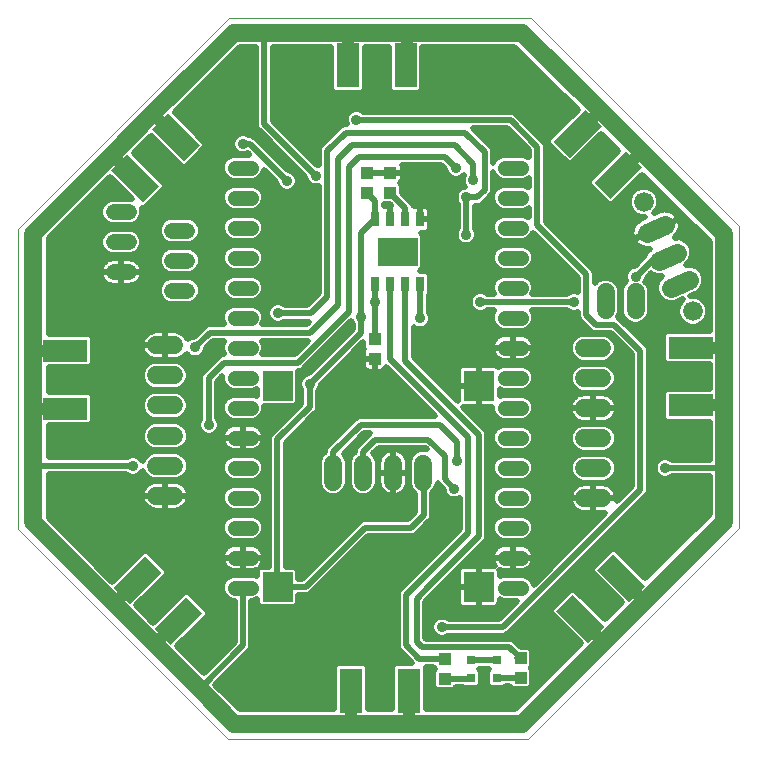
<source format=gtl>
G75*
%MOIN*%
%OFA0B0*%
%FSLAX25Y25*%
%IPPOS*%
%LPD*%
%AMOC8*
5,1,8,0,0,1.08239X$1,22.5*
%
%ADD10C,0.00000*%
%ADD11C,0.05200*%
%ADD12C,0.06000*%
%ADD13R,0.07600X0.15000*%
%ADD14R,0.15000X0.07600*%
%ADD15C,0.05150*%
%ADD16R,0.10000X0.10000*%
%ADD17R,0.02756X0.05118*%
%ADD18R,0.13386X0.09449*%
%ADD19R,0.04331X0.03937*%
%ADD20R,0.03937X0.04331*%
%ADD21R,0.03150X0.03150*%
%ADD22C,0.06496*%
%ADD23C,0.06600*%
%ADD24C,0.01969*%
%ADD25C,0.03600*%
%ADD26C,0.02978*%
%ADD27C,0.02000*%
%ADD28C,0.05906*%
%ADD29C,0.03937*%
%ADD30C,0.03200*%
%ADD31C,0.04000*%
D10*
X0070888Y0001000D02*
X0171110Y0001003D01*
X0241379Y0071312D01*
X0241338Y0171967D01*
X0171827Y0241384D01*
X0071219Y0241324D01*
X0001000Y0171033D01*
X0001013Y0070898D01*
X0070888Y0001000D01*
D11*
X0057469Y0150482D02*
X0052269Y0150482D01*
X0052269Y0160482D02*
X0057469Y0160482D01*
X0057469Y0170482D02*
X0052269Y0170482D01*
X0038047Y0166645D02*
X0032847Y0166645D01*
X0032847Y0176645D02*
X0038047Y0176645D01*
X0038047Y0156645D02*
X0032847Y0156645D01*
D12*
X0047073Y0132177D02*
X0053073Y0132177D01*
X0053073Y0122177D02*
X0047073Y0122177D01*
X0047073Y0112177D02*
X0053073Y0112177D01*
X0053103Y0102085D02*
X0047103Y0102085D01*
X0047103Y0092085D02*
X0053103Y0092085D01*
X0053103Y0082085D02*
X0047103Y0082085D01*
X0106073Y0086794D02*
X0106073Y0092794D01*
X0116073Y0092794D02*
X0116073Y0086794D01*
X0126073Y0086794D02*
X0126073Y0092794D01*
X0136073Y0092794D02*
X0136073Y0086794D01*
X0189803Y0091235D02*
X0195803Y0091235D01*
X0195803Y0081235D02*
X0189803Y0081235D01*
X0189803Y0101235D02*
X0195803Y0101235D01*
X0195753Y0111263D02*
X0189753Y0111263D01*
X0189753Y0121263D02*
X0195753Y0121263D01*
X0195753Y0131263D02*
X0189753Y0131263D01*
X0196859Y0143889D02*
X0196859Y0149889D01*
X0206859Y0149889D02*
X0206859Y0143889D01*
D13*
X0130216Y0225622D03*
X0110916Y0225622D03*
X0111947Y0016965D03*
X0131247Y0016965D03*
D14*
G36*
X0185822Y0049003D02*
X0196428Y0038397D01*
X0191054Y0033023D01*
X0180448Y0043629D01*
X0185822Y0049003D01*
G37*
G36*
X0199469Y0062650D02*
X0210075Y0052044D01*
X0204701Y0046670D01*
X0194095Y0057276D01*
X0199469Y0062650D01*
G37*
X0225422Y0112159D03*
X0225422Y0131459D03*
G36*
X0193167Y0186460D02*
X0203773Y0197066D01*
X0209147Y0191692D01*
X0198541Y0181086D01*
X0193167Y0186460D01*
G37*
G36*
X0179520Y0200107D02*
X0190126Y0210713D01*
X0195500Y0205339D01*
X0184894Y0194733D01*
X0179520Y0200107D01*
G37*
G36*
X0056320Y0193555D02*
X0045714Y0204161D01*
X0051088Y0209535D01*
X0061694Y0198929D01*
X0056320Y0193555D01*
G37*
G36*
X0042673Y0179907D02*
X0032067Y0190513D01*
X0037441Y0195887D01*
X0048047Y0185281D01*
X0042673Y0179907D01*
G37*
X0016731Y0130408D03*
X0016731Y0111108D03*
G36*
X0048830Y0056485D02*
X0038224Y0045879D01*
X0032850Y0051253D01*
X0043456Y0061859D01*
X0048830Y0056485D01*
G37*
G36*
X0062477Y0042838D02*
X0051871Y0032232D01*
X0046497Y0037606D01*
X0057103Y0048212D01*
X0062477Y0042838D01*
G37*
D15*
X0073433Y0051435D02*
X0078583Y0051435D01*
X0078583Y0061435D02*
X0073433Y0061435D01*
X0073433Y0071435D02*
X0078583Y0071435D01*
X0078583Y0081435D02*
X0073433Y0081435D01*
X0073433Y0091435D02*
X0078583Y0091435D01*
X0078583Y0101435D02*
X0073433Y0101435D01*
X0073433Y0111435D02*
X0078583Y0111435D01*
X0078583Y0121435D02*
X0073433Y0121435D01*
X0073433Y0131435D02*
X0078583Y0131435D01*
X0078583Y0141435D02*
X0073433Y0141435D01*
X0073433Y0151435D02*
X0078583Y0151435D01*
X0078583Y0161435D02*
X0073433Y0161435D01*
X0073433Y0171435D02*
X0078583Y0171435D01*
X0078583Y0181435D02*
X0073433Y0181435D01*
X0073433Y0191435D02*
X0078583Y0191435D01*
X0163433Y0191435D02*
X0168583Y0191435D01*
X0168583Y0181435D02*
X0163433Y0181435D01*
X0163433Y0171435D02*
X0168583Y0171435D01*
X0168583Y0161435D02*
X0163433Y0161435D01*
X0163433Y0151435D02*
X0168583Y0151435D01*
X0168583Y0141435D02*
X0163433Y0141435D01*
X0163433Y0131435D02*
X0168583Y0131435D01*
X0168583Y0121435D02*
X0163433Y0121435D01*
X0163433Y0111435D02*
X0168583Y0111435D01*
X0168583Y0101435D02*
X0163433Y0101435D01*
X0163433Y0091435D02*
X0168583Y0091435D01*
X0168583Y0081435D02*
X0163433Y0081435D01*
X0163433Y0071435D02*
X0168583Y0071435D01*
X0168583Y0061435D02*
X0163433Y0061435D01*
X0163433Y0051435D02*
X0168583Y0051435D01*
D16*
X0154518Y0051654D03*
X0154518Y0118654D03*
X0087518Y0118654D03*
X0087518Y0051654D03*
D17*
X0120081Y0152576D03*
X0125081Y0152576D03*
X0130081Y0152576D03*
X0135081Y0152576D03*
X0135081Y0174230D03*
X0130081Y0174230D03*
X0125081Y0174230D03*
X0120081Y0174230D03*
D18*
X0127581Y0163403D03*
D19*
X0125022Y0183088D03*
X0125022Y0189781D03*
X0143261Y0027807D03*
X0143261Y0021114D03*
X0168526Y0021277D03*
X0168526Y0027970D03*
D20*
X0119904Y0127576D03*
X0119904Y0134269D03*
X0117345Y0183088D03*
X0117345Y0189781D03*
D21*
X0152082Y0027226D03*
X0152082Y0021320D03*
X0160652Y0021277D03*
X0160652Y0027182D03*
D22*
X0218820Y0151343D02*
X0224754Y0153985D01*
X0220687Y0163120D02*
X0214752Y0160478D01*
X0210685Y0169614D02*
X0216619Y0172256D01*
D23*
X0209585Y0180070D03*
X0225854Y0143528D03*
D24*
X0048876Y0042508D02*
X0043363Y0042508D01*
X0045330Y0040541D02*
X0046909Y0040541D01*
X0046120Y0039752D02*
X0040370Y0045502D01*
X0050614Y0055746D01*
X0050614Y0057225D01*
X0044195Y0063644D01*
X0042717Y0063644D01*
X0032472Y0053399D01*
X0011330Y0074542D01*
X0011330Y0089301D01*
X0036968Y0089301D01*
X0037361Y0088908D01*
X0038679Y0088362D01*
X0040105Y0088362D01*
X0041422Y0088908D01*
X0042430Y0089916D01*
X0042627Y0090390D01*
X0043047Y0089375D01*
X0044393Y0088029D01*
X0046152Y0087301D01*
X0054055Y0087301D01*
X0055813Y0088029D01*
X0057159Y0089375D01*
X0057887Y0091133D01*
X0057887Y0093037D01*
X0057159Y0094795D01*
X0055813Y0096141D01*
X0054055Y0096869D01*
X0046152Y0096869D01*
X0044393Y0096141D01*
X0043047Y0094795D01*
X0042569Y0093641D01*
X0042430Y0093976D01*
X0041422Y0094985D01*
X0040105Y0095530D01*
X0038679Y0095530D01*
X0037361Y0094985D01*
X0037246Y0094869D01*
X0011330Y0094869D01*
X0011330Y0105524D01*
X0024970Y0105524D01*
X0026015Y0106569D01*
X0026015Y0115647D01*
X0024970Y0116692D01*
X0011330Y0116692D01*
X0011330Y0124824D01*
X0024970Y0124824D01*
X0026015Y0125869D01*
X0026015Y0134947D01*
X0024970Y0135992D01*
X0011330Y0135992D01*
X0011330Y0168012D01*
X0031688Y0188370D01*
X0039106Y0180951D01*
X0038919Y0181029D01*
X0031974Y0181029D01*
X0030363Y0180361D01*
X0029130Y0179128D01*
X0028462Y0177517D01*
X0028462Y0175772D01*
X0029130Y0174161D01*
X0030363Y0172928D01*
X0031974Y0172260D01*
X0038919Y0172260D01*
X0040530Y0172928D01*
X0041763Y0174161D01*
X0042431Y0175772D01*
X0042431Y0177517D01*
X0042180Y0178123D01*
X0043413Y0178123D01*
X0049832Y0184542D01*
X0049832Y0186020D01*
X0039585Y0196267D01*
X0045335Y0202017D01*
X0055582Y0191770D01*
X0057060Y0191770D01*
X0063479Y0198189D01*
X0063479Y0199667D01*
X0053232Y0209914D01*
X0067269Y0223951D01*
X0075015Y0231697D01*
X0080308Y0231697D01*
X0080308Y0205369D01*
X0080732Y0204345D01*
X0081515Y0203562D01*
X0096634Y0188443D01*
X0096634Y0188084D01*
X0097180Y0186766D01*
X0098188Y0185758D01*
X0099506Y0185212D01*
X0100932Y0185212D01*
X0101232Y0185337D01*
X0101232Y0149603D01*
X0097344Y0145715D01*
X0089905Y0145715D01*
X0089650Y0145969D01*
X0088333Y0146515D01*
X0086907Y0146515D01*
X0085590Y0145969D01*
X0084582Y0144961D01*
X0084036Y0143643D01*
X0084036Y0142217D01*
X0084582Y0140900D01*
X0085590Y0139892D01*
X0086907Y0139346D01*
X0088333Y0139346D01*
X0089650Y0139892D01*
X0089905Y0140146D01*
X0098127Y0140146D01*
X0097200Y0139219D01*
X0082383Y0139219D01*
X0082942Y0140568D01*
X0082942Y0142302D01*
X0082278Y0143904D01*
X0081052Y0145130D01*
X0079450Y0145794D01*
X0072566Y0145794D01*
X0070964Y0145130D01*
X0069738Y0143904D01*
X0069074Y0142302D01*
X0069074Y0140568D01*
X0069633Y0139219D01*
X0064429Y0139219D01*
X0063406Y0138795D01*
X0062623Y0138012D01*
X0059708Y0135097D01*
X0059348Y0135097D01*
X0058031Y0134552D01*
X0057651Y0134172D01*
X0057336Y0134789D01*
X0056875Y0135424D01*
X0056320Y0135979D01*
X0055686Y0136440D01*
X0054987Y0136796D01*
X0054240Y0137039D01*
X0053466Y0137161D01*
X0050089Y0137161D01*
X0050089Y0132193D01*
X0050058Y0132193D01*
X0050058Y0137161D01*
X0046681Y0137161D01*
X0045906Y0137039D01*
X0045160Y0136796D01*
X0044461Y0136440D01*
X0043826Y0135979D01*
X0043272Y0135424D01*
X0042810Y0134789D01*
X0042454Y0134090D01*
X0042212Y0133344D01*
X0042089Y0132569D01*
X0042089Y0132193D01*
X0050057Y0132193D01*
X0050057Y0132161D01*
X0042089Y0132161D01*
X0042089Y0131785D01*
X0042212Y0131010D01*
X0042454Y0130264D01*
X0042810Y0129565D01*
X0043272Y0128930D01*
X0043826Y0128375D01*
X0044461Y0127914D01*
X0045160Y0127558D01*
X0045906Y0127315D01*
X0046681Y0127193D01*
X0050058Y0127193D01*
X0050058Y0132161D01*
X0050089Y0132161D01*
X0050089Y0127193D01*
X0053466Y0127193D01*
X0054240Y0127315D01*
X0054987Y0127558D01*
X0055686Y0127914D01*
X0056320Y0128375D01*
X0056875Y0128930D01*
X0057170Y0129336D01*
X0058031Y0128474D01*
X0059348Y0127929D01*
X0060774Y0127929D01*
X0062091Y0128474D01*
X0063100Y0129483D01*
X0063645Y0130800D01*
X0063645Y0131160D01*
X0066136Y0133651D01*
X0069633Y0133651D01*
X0069074Y0132302D01*
X0069074Y0130568D01*
X0069633Y0129219D01*
X0069149Y0129219D01*
X0068126Y0128795D01*
X0067343Y0128012D01*
X0062143Y0122812D01*
X0061719Y0121789D01*
X0061719Y0107925D01*
X0061550Y0107756D01*
X0061004Y0106439D01*
X0061004Y0105013D01*
X0061550Y0103695D01*
X0062558Y0102687D01*
X0063876Y0102141D01*
X0065302Y0102141D01*
X0066619Y0102687D01*
X0067627Y0103695D01*
X0068173Y0105013D01*
X0068173Y0106439D01*
X0067627Y0107756D01*
X0067287Y0108096D01*
X0067287Y0120082D01*
X0069074Y0121869D01*
X0069074Y0120568D01*
X0069738Y0118966D01*
X0070964Y0117739D01*
X0072566Y0117076D01*
X0079450Y0117076D01*
X0080733Y0117607D01*
X0080733Y0115262D01*
X0079450Y0115794D01*
X0072566Y0115794D01*
X0070964Y0115130D01*
X0069738Y0113904D01*
X0069074Y0112302D01*
X0069074Y0110568D01*
X0069738Y0108966D01*
X0070964Y0107739D01*
X0072566Y0107076D01*
X0079450Y0107076D01*
X0081052Y0107739D01*
X0082278Y0108966D01*
X0082942Y0110568D01*
X0082942Y0111869D01*
X0093257Y0111869D01*
X0094302Y0112915D01*
X0094302Y0123651D01*
X0094874Y0123651D01*
X0095897Y0124075D01*
X0096681Y0124858D01*
X0112047Y0140224D01*
X0112337Y0139522D01*
X0112592Y0139268D01*
X0112592Y0137588D01*
X0097897Y0122893D01*
X0097537Y0122893D01*
X0096220Y0122347D01*
X0095211Y0121339D01*
X0094666Y0120021D01*
X0094666Y0118595D01*
X0095211Y0117278D01*
X0095419Y0117071D01*
X0095419Y0112788D01*
X0085876Y0103245D01*
X0085093Y0102462D01*
X0084669Y0101439D01*
X0084669Y0058438D01*
X0082034Y0058438D01*
X0082060Y0058465D01*
X0082482Y0059045D01*
X0082808Y0059685D01*
X0083030Y0060367D01*
X0083142Y0061076D01*
X0083142Y0061435D01*
X0083142Y0061794D01*
X0083030Y0062502D01*
X0082808Y0063185D01*
X0082482Y0063824D01*
X0082060Y0064405D01*
X0081553Y0064912D01*
X0080972Y0065334D01*
X0080333Y0065660D01*
X0079651Y0065882D01*
X0078942Y0065994D01*
X0076008Y0065994D01*
X0073075Y0065994D01*
X0072366Y0065882D01*
X0071683Y0065660D01*
X0071044Y0065334D01*
X0070463Y0064912D01*
X0069956Y0064405D01*
X0069534Y0063824D01*
X0069208Y0063185D01*
X0068987Y0062502D01*
X0068874Y0061794D01*
X0068874Y0061435D01*
X0076008Y0061435D01*
X0076008Y0061435D01*
X0076008Y0065994D01*
X0076008Y0061435D01*
X0076008Y0061435D01*
X0068874Y0061435D01*
X0068874Y0061076D01*
X0068987Y0060367D01*
X0069208Y0059685D01*
X0069534Y0059045D01*
X0069956Y0058465D01*
X0070463Y0057957D01*
X0071044Y0057536D01*
X0071683Y0057210D01*
X0072366Y0056988D01*
X0073075Y0056876D01*
X0076008Y0056876D01*
X0076008Y0061435D01*
X0076008Y0061435D01*
X0083142Y0061435D01*
X0076008Y0061435D01*
X0076008Y0061435D01*
X0076008Y0056876D01*
X0078942Y0056876D01*
X0079651Y0056988D01*
X0080333Y0057210D01*
X0080776Y0057436D01*
X0080733Y0057393D01*
X0080733Y0055262D01*
X0079450Y0055794D01*
X0072566Y0055794D01*
X0070964Y0055130D01*
X0069738Y0053904D01*
X0069074Y0052302D01*
X0069074Y0050568D01*
X0069738Y0048966D01*
X0070964Y0047739D01*
X0072566Y0047076D01*
X0073224Y0047076D01*
X0073224Y0033343D01*
X0062876Y0022996D01*
X0054017Y0031855D01*
X0064261Y0042099D01*
X0064261Y0043577D01*
X0057842Y0049997D01*
X0056364Y0049997D01*
X0046120Y0039752D01*
X0050843Y0044475D02*
X0041396Y0044475D01*
X0041310Y0046442D02*
X0052810Y0046442D01*
X0054777Y0048409D02*
X0043277Y0048409D01*
X0045244Y0050376D02*
X0069154Y0050376D01*
X0069092Y0052343D02*
X0047211Y0052343D01*
X0049178Y0054310D02*
X0070144Y0054310D01*
X0070176Y0058244D02*
X0049594Y0058244D01*
X0050614Y0056277D02*
X0080733Y0056277D01*
X0082979Y0060212D02*
X0084669Y0060212D01*
X0084669Y0062179D02*
X0083081Y0062179D01*
X0082249Y0064146D02*
X0084669Y0064146D01*
X0084669Y0066113D02*
X0019759Y0066113D01*
X0017792Y0068080D02*
X0070624Y0068080D01*
X0070964Y0067739D02*
X0069738Y0068966D01*
X0069074Y0070568D01*
X0069074Y0072302D01*
X0069738Y0073904D01*
X0070964Y0075130D01*
X0072566Y0075794D01*
X0079450Y0075794D01*
X0081052Y0075130D01*
X0082278Y0073904D01*
X0082942Y0072302D01*
X0082942Y0070568D01*
X0082278Y0068966D01*
X0081052Y0067739D01*
X0079450Y0067076D01*
X0072566Y0067076D01*
X0070964Y0067739D01*
X0069290Y0070047D02*
X0015825Y0070047D01*
X0013858Y0072014D02*
X0069074Y0072014D01*
X0069815Y0073981D02*
X0011891Y0073981D01*
X0011330Y0075948D02*
X0084669Y0075948D01*
X0084669Y0077915D02*
X0081227Y0077915D01*
X0081052Y0077739D02*
X0082278Y0078966D01*
X0082942Y0080568D01*
X0082942Y0082302D01*
X0082278Y0083904D01*
X0081052Y0085130D01*
X0079450Y0085794D01*
X0072566Y0085794D01*
X0070964Y0085130D01*
X0069738Y0083904D01*
X0069074Y0082302D01*
X0069074Y0080568D01*
X0069738Y0078966D01*
X0070964Y0077739D01*
X0072566Y0077076D01*
X0079450Y0077076D01*
X0081052Y0077739D01*
X0082658Y0079882D02*
X0084669Y0079882D01*
X0084669Y0081849D02*
X0082942Y0081849D01*
X0082315Y0083816D02*
X0084669Y0083816D01*
X0084669Y0085783D02*
X0079477Y0085783D01*
X0079450Y0087076D02*
X0081052Y0087739D01*
X0082278Y0088966D01*
X0082942Y0090568D01*
X0082942Y0092302D01*
X0082278Y0093904D01*
X0081052Y0095130D01*
X0079450Y0095794D01*
X0072566Y0095794D01*
X0070964Y0095130D01*
X0069738Y0093904D01*
X0069074Y0092302D01*
X0069074Y0090568D01*
X0069738Y0088966D01*
X0070964Y0087739D01*
X0072566Y0087076D01*
X0079450Y0087076D01*
X0081063Y0087750D02*
X0084669Y0087750D01*
X0084669Y0089717D02*
X0082590Y0089717D01*
X0082942Y0091684D02*
X0084669Y0091684D01*
X0084669Y0093651D02*
X0082383Y0093651D01*
X0084669Y0095618D02*
X0079875Y0095618D01*
X0079651Y0096988D02*
X0080333Y0097210D01*
X0080972Y0097536D01*
X0081553Y0097957D01*
X0082060Y0098465D01*
X0082482Y0099045D01*
X0082808Y0099685D01*
X0083030Y0100367D01*
X0083142Y0101076D01*
X0083142Y0101435D01*
X0083142Y0101794D01*
X0083030Y0102502D01*
X0082808Y0103185D01*
X0082482Y0103824D01*
X0082060Y0104405D01*
X0081553Y0104912D01*
X0080972Y0105334D01*
X0080333Y0105660D01*
X0079651Y0105882D01*
X0078942Y0105994D01*
X0076008Y0105994D01*
X0073075Y0105994D01*
X0072366Y0105882D01*
X0071683Y0105660D01*
X0071044Y0105334D01*
X0070463Y0104912D01*
X0069956Y0104405D01*
X0069534Y0103824D01*
X0069208Y0103185D01*
X0068987Y0102502D01*
X0068874Y0101794D01*
X0068874Y0101435D01*
X0076008Y0101435D01*
X0076008Y0101435D01*
X0076008Y0105994D01*
X0076008Y0101435D01*
X0076008Y0101435D01*
X0068874Y0101435D01*
X0068874Y0101076D01*
X0068987Y0100367D01*
X0069208Y0099685D01*
X0069534Y0099045D01*
X0069956Y0098465D01*
X0070463Y0097957D01*
X0071044Y0097536D01*
X0071683Y0097210D01*
X0072366Y0096988D01*
X0073075Y0096876D01*
X0076008Y0096876D01*
X0076008Y0101435D01*
X0076008Y0101435D01*
X0083142Y0101435D01*
X0076008Y0101435D01*
X0076008Y0101435D01*
X0076008Y0096876D01*
X0078942Y0096876D01*
X0079651Y0096988D01*
X0081040Y0097585D02*
X0084669Y0097585D01*
X0084669Y0099552D02*
X0082740Y0099552D01*
X0083142Y0101519D02*
X0084702Y0101519D01*
X0086116Y0103486D02*
X0082655Y0103486D01*
X0080739Y0105453D02*
X0088084Y0105453D01*
X0090051Y0107420D02*
X0080281Y0107420D01*
X0082453Y0109387D02*
X0092018Y0109387D01*
X0093985Y0111354D02*
X0082942Y0111354D01*
X0080733Y0115288D02*
X0080672Y0115288D01*
X0080733Y0117255D02*
X0079883Y0117255D01*
X0072134Y0117255D02*
X0067287Y0117255D01*
X0067287Y0119222D02*
X0069632Y0119222D01*
X0069074Y0121189D02*
X0068395Y0121189D01*
X0064454Y0125123D02*
X0056893Y0125123D01*
X0057129Y0124887D02*
X0055783Y0126233D01*
X0054025Y0126961D01*
X0046122Y0126961D01*
X0044363Y0126233D01*
X0043017Y0124887D01*
X0042289Y0123129D01*
X0042289Y0121225D01*
X0043017Y0119467D01*
X0044363Y0118121D01*
X0046122Y0117393D01*
X0054025Y0117393D01*
X0055783Y0118121D01*
X0057129Y0119467D01*
X0057858Y0121225D01*
X0057858Y0123129D01*
X0057129Y0124887D01*
X0057846Y0123156D02*
X0062487Y0123156D01*
X0061719Y0121189D02*
X0057842Y0121189D01*
X0056884Y0119222D02*
X0061719Y0119222D01*
X0061719Y0117255D02*
X0011330Y0117255D01*
X0011330Y0119222D02*
X0043262Y0119222D01*
X0042304Y0121189D02*
X0011330Y0121189D01*
X0011330Y0123156D02*
X0042300Y0123156D01*
X0043253Y0125123D02*
X0025269Y0125123D01*
X0026015Y0127090D02*
X0066421Y0127090D01*
X0068758Y0129057D02*
X0062674Y0129057D01*
X0063645Y0131024D02*
X0069074Y0131024D01*
X0069360Y0132991D02*
X0065477Y0132991D01*
X0061536Y0136925D02*
X0054590Y0136925D01*
X0050089Y0136925D02*
X0050058Y0136925D01*
X0050058Y0134958D02*
X0050089Y0134958D01*
X0050058Y0132991D02*
X0050089Y0132991D01*
X0050058Y0131024D02*
X0050089Y0131024D01*
X0050058Y0129057D02*
X0050089Y0129057D01*
X0056967Y0129057D02*
X0057448Y0129057D01*
X0057214Y0134958D02*
X0059012Y0134958D01*
X0063639Y0138892D02*
X0011330Y0138892D01*
X0011330Y0136925D02*
X0045557Y0136925D01*
X0042933Y0134958D02*
X0026004Y0134958D01*
X0026015Y0132991D02*
X0042156Y0132991D01*
X0042210Y0131024D02*
X0026015Y0131024D01*
X0026015Y0129057D02*
X0043179Y0129057D01*
X0046122Y0116961D02*
X0044363Y0116233D01*
X0043017Y0114887D01*
X0042289Y0113129D01*
X0042289Y0111225D01*
X0043017Y0109467D01*
X0044363Y0108121D01*
X0046122Y0107393D01*
X0054025Y0107393D01*
X0055783Y0108121D01*
X0057129Y0109467D01*
X0057858Y0111225D01*
X0057858Y0113129D01*
X0057129Y0114887D01*
X0055783Y0116233D01*
X0054025Y0116961D01*
X0046122Y0116961D01*
X0043418Y0115288D02*
X0026015Y0115288D01*
X0026015Y0113321D02*
X0042369Y0113321D01*
X0042289Y0111354D02*
X0026015Y0111354D01*
X0026015Y0109387D02*
X0043097Y0109387D01*
X0044393Y0106141D02*
X0046152Y0106869D01*
X0054055Y0106869D01*
X0055813Y0106141D01*
X0057159Y0104795D01*
X0057887Y0103037D01*
X0057887Y0101133D01*
X0057159Y0099375D01*
X0055813Y0098029D01*
X0054055Y0097301D01*
X0046152Y0097301D01*
X0044393Y0098029D01*
X0043047Y0099375D01*
X0042319Y0101133D01*
X0042319Y0103037D01*
X0043047Y0104795D01*
X0044393Y0106141D01*
X0043705Y0105453D02*
X0011330Y0105453D01*
X0011330Y0103486D02*
X0042505Y0103486D01*
X0042319Y0101519D02*
X0011330Y0101519D01*
X0011330Y0099552D02*
X0042974Y0099552D01*
X0045466Y0097585D02*
X0011330Y0097585D01*
X0011330Y0095618D02*
X0043870Y0095618D01*
X0042573Y0093651D02*
X0042565Y0093651D01*
X0042231Y0089717D02*
X0042906Y0089717D01*
X0045068Y0087750D02*
X0011330Y0087750D01*
X0011330Y0085783D02*
X0043752Y0085783D01*
X0043856Y0085887D02*
X0043301Y0085332D01*
X0042840Y0084697D01*
X0042484Y0083998D01*
X0042242Y0083252D01*
X0042119Y0082477D01*
X0042119Y0082101D01*
X0050087Y0082101D01*
X0050087Y0082069D01*
X0042119Y0082069D01*
X0042119Y0081693D01*
X0042242Y0080918D01*
X0042484Y0080172D01*
X0042840Y0079473D01*
X0043301Y0078838D01*
X0043856Y0078283D01*
X0044491Y0077822D01*
X0045190Y0077466D01*
X0045936Y0077224D01*
X0046711Y0077101D01*
X0050087Y0077101D01*
X0050087Y0082069D01*
X0050119Y0082069D01*
X0050119Y0077101D01*
X0053495Y0077101D01*
X0054270Y0077224D01*
X0055017Y0077466D01*
X0055716Y0077822D01*
X0056350Y0078283D01*
X0056905Y0078838D01*
X0057366Y0079473D01*
X0057722Y0080172D01*
X0057965Y0080918D01*
X0058087Y0081693D01*
X0058087Y0082069D01*
X0050119Y0082069D01*
X0050119Y0082101D01*
X0050087Y0082101D01*
X0050087Y0087069D01*
X0046711Y0087069D01*
X0045936Y0086947D01*
X0045190Y0086704D01*
X0044491Y0086348D01*
X0043856Y0085887D01*
X0042425Y0083816D02*
X0011330Y0083816D01*
X0011330Y0081849D02*
X0042119Y0081849D01*
X0042632Y0079882D02*
X0011330Y0079882D01*
X0011330Y0077915D02*
X0044364Y0077915D01*
X0050087Y0077915D02*
X0050119Y0077915D01*
X0050087Y0079882D02*
X0050119Y0079882D01*
X0050087Y0081849D02*
X0050119Y0081849D01*
X0050119Y0082101D02*
X0058087Y0082101D01*
X0058087Y0082477D01*
X0057965Y0083252D01*
X0057722Y0083998D01*
X0057366Y0084697D01*
X0056905Y0085332D01*
X0056350Y0085887D01*
X0055716Y0086348D01*
X0055017Y0086704D01*
X0054270Y0086947D01*
X0053495Y0087069D01*
X0050119Y0087069D01*
X0050119Y0082101D01*
X0050087Y0083816D02*
X0050119Y0083816D01*
X0050087Y0085783D02*
X0050119Y0085783D01*
X0055139Y0087750D02*
X0070954Y0087750D01*
X0069427Y0089717D02*
X0057301Y0089717D01*
X0057887Y0091684D02*
X0069074Y0091684D01*
X0069633Y0093651D02*
X0057633Y0093651D01*
X0056336Y0095618D02*
X0072141Y0095618D01*
X0070976Y0097585D02*
X0054740Y0097585D01*
X0057232Y0099552D02*
X0069276Y0099552D01*
X0068874Y0101519D02*
X0057887Y0101519D01*
X0057701Y0103486D02*
X0061760Y0103486D01*
X0061004Y0105453D02*
X0056501Y0105453D01*
X0054090Y0107420D02*
X0061411Y0107420D01*
X0061719Y0109387D02*
X0057049Y0109387D01*
X0057858Y0111354D02*
X0061719Y0111354D01*
X0061719Y0113321D02*
X0057778Y0113321D01*
X0056728Y0115288D02*
X0061719Y0115288D01*
X0067287Y0115288D02*
X0071345Y0115288D01*
X0069496Y0113321D02*
X0067287Y0113321D01*
X0067287Y0111354D02*
X0069074Y0111354D01*
X0069563Y0109387D02*
X0067287Y0109387D01*
X0067766Y0107420D02*
X0071736Y0107420D01*
X0071277Y0105453D02*
X0068173Y0105453D01*
X0067418Y0103486D02*
X0069362Y0103486D01*
X0076008Y0103486D02*
X0076008Y0103486D01*
X0076008Y0105453D02*
X0076008Y0105453D01*
X0076008Y0101519D02*
X0076008Y0101519D01*
X0076008Y0099552D02*
X0076008Y0099552D01*
X0076008Y0097585D02*
X0076008Y0097585D01*
X0072539Y0085783D02*
X0056454Y0085783D01*
X0057782Y0083816D02*
X0069701Y0083816D01*
X0069074Y0081849D02*
X0058087Y0081849D01*
X0057574Y0079882D02*
X0069359Y0079882D01*
X0070789Y0077915D02*
X0055843Y0077915D01*
X0069768Y0064146D02*
X0021726Y0064146D01*
X0023693Y0062179D02*
X0041252Y0062179D01*
X0039285Y0060212D02*
X0025660Y0060212D01*
X0027627Y0058244D02*
X0037318Y0058244D01*
X0035351Y0056277D02*
X0029594Y0056277D01*
X0031561Y0054310D02*
X0033384Y0054310D01*
X0045660Y0062179D02*
X0068935Y0062179D01*
X0069037Y0060212D02*
X0047627Y0060212D01*
X0059429Y0048409D02*
X0070294Y0048409D01*
X0073224Y0046442D02*
X0061396Y0046442D01*
X0063363Y0044475D02*
X0073224Y0044475D01*
X0073224Y0042508D02*
X0064261Y0042508D01*
X0062704Y0040541D02*
X0073224Y0040541D01*
X0073224Y0038574D02*
X0060737Y0038574D01*
X0058770Y0036607D02*
X0073224Y0036607D01*
X0073224Y0034640D02*
X0056803Y0034640D01*
X0054836Y0032673D02*
X0072554Y0032673D01*
X0070587Y0030706D02*
X0055165Y0030706D01*
X0057132Y0028739D02*
X0068620Y0028739D01*
X0066653Y0026772D02*
X0059099Y0026772D01*
X0061066Y0024805D02*
X0064686Y0024805D01*
X0068627Y0020871D02*
X0106363Y0020871D01*
X0106363Y0018904D02*
X0066967Y0018904D01*
X0066814Y0019058D02*
X0078369Y0030613D01*
X0078792Y0031636D01*
X0078792Y0047076D01*
X0079450Y0047076D01*
X0080733Y0047607D01*
X0080733Y0045915D01*
X0081779Y0044869D01*
X0093257Y0044869D01*
X0094302Y0045915D01*
X0094302Y0048869D01*
X0097376Y0048869D01*
X0098399Y0049293D01*
X0117756Y0068651D01*
X0132657Y0068651D01*
X0133680Y0069075D01*
X0137780Y0073175D01*
X0138564Y0073958D01*
X0138987Y0074981D01*
X0138987Y0082943D01*
X0140128Y0084084D01*
X0140857Y0085842D01*
X0140857Y0086308D01*
X0140968Y0086038D01*
X0142894Y0084113D01*
X0142894Y0083753D01*
X0143440Y0082435D01*
X0144448Y0081427D01*
X0145765Y0080882D01*
X0147191Y0080882D01*
X0148222Y0081308D01*
X0148222Y0070855D01*
X0128760Y0051393D01*
X0127976Y0050610D01*
X0127552Y0049587D01*
X0127552Y0031713D01*
X0127976Y0030690D01*
X0132416Y0026249D01*
X0126708Y0026249D01*
X0125663Y0025204D01*
X0125663Y0010856D01*
X0117531Y0010856D01*
X0117531Y0025204D01*
X0116486Y0026249D01*
X0107408Y0026249D01*
X0106363Y0025204D01*
X0106363Y0010856D01*
X0075015Y0010856D01*
X0066814Y0019058D01*
X0068934Y0016937D02*
X0106363Y0016937D01*
X0106363Y0014970D02*
X0070902Y0014970D01*
X0072869Y0013003D02*
X0106363Y0013003D01*
X0106363Y0011036D02*
X0074836Y0011036D01*
X0070594Y0022838D02*
X0106363Y0022838D01*
X0106363Y0024805D02*
X0072561Y0024805D01*
X0074528Y0026772D02*
X0131894Y0026772D01*
X0129927Y0028739D02*
X0076495Y0028739D01*
X0078407Y0030706D02*
X0127969Y0030706D01*
X0127552Y0032673D02*
X0078792Y0032673D01*
X0078792Y0034640D02*
X0127552Y0034640D01*
X0127552Y0036607D02*
X0078792Y0036607D01*
X0078792Y0038574D02*
X0127552Y0038574D01*
X0127552Y0040541D02*
X0078792Y0040541D01*
X0078792Y0042508D02*
X0127552Y0042508D01*
X0127552Y0044475D02*
X0078792Y0044475D01*
X0078792Y0046442D02*
X0080733Y0046442D01*
X0076008Y0058244D02*
X0076008Y0058244D01*
X0076008Y0060212D02*
X0076008Y0060212D01*
X0076008Y0062179D02*
X0076008Y0062179D01*
X0076008Y0064146D02*
X0076008Y0064146D01*
X0081392Y0068080D02*
X0084669Y0068080D01*
X0084669Y0070047D02*
X0082726Y0070047D01*
X0082942Y0072014D02*
X0084669Y0072014D01*
X0084669Y0073981D02*
X0082202Y0073981D01*
X0090237Y0073981D02*
X0115473Y0073981D01*
X0115026Y0073795D02*
X0114243Y0073012D01*
X0095669Y0054438D01*
X0094302Y0054438D01*
X0094302Y0057393D01*
X0093257Y0058438D01*
X0090237Y0058438D01*
X0090237Y0099732D01*
X0099780Y0109275D01*
X0099780Y0109275D01*
X0100564Y0110058D01*
X0100987Y0111081D01*
X0100987Y0116977D01*
X0101289Y0117278D01*
X0101834Y0118595D01*
X0101834Y0118955D01*
X0116151Y0133272D01*
X0116151Y0131365D01*
X0116451Y0131064D01*
X0116347Y0130960D01*
X0116086Y0130507D01*
X0115951Y0130003D01*
X0115951Y0127576D01*
X0115951Y0125149D01*
X0116086Y0124645D01*
X0116347Y0124192D01*
X0116717Y0123823D01*
X0117169Y0123562D01*
X0117674Y0123426D01*
X0119904Y0123426D01*
X0122133Y0123426D01*
X0122638Y0123562D01*
X0123090Y0123823D01*
X0123460Y0124192D01*
X0123721Y0124645D01*
X0123783Y0124877D01*
X0140150Y0108510D01*
X0114625Y0108510D01*
X0113602Y0108086D01*
X0112819Y0107303D01*
X0103712Y0098196D01*
X0103288Y0097173D01*
X0103288Y0096776D01*
X0102017Y0095504D01*
X0101288Y0093746D01*
X0101288Y0085842D01*
X0102017Y0084084D01*
X0103362Y0082738D01*
X0105121Y0082010D01*
X0107024Y0082010D01*
X0108783Y0082738D01*
X0110128Y0084084D01*
X0110857Y0085842D01*
X0110857Y0093746D01*
X0110128Y0095504D01*
X0109512Y0096121D01*
X0116332Y0102941D01*
X0118300Y0102941D01*
X0117740Y0102382D01*
X0113712Y0098354D01*
X0113288Y0097330D01*
X0113288Y0096776D01*
X0112017Y0095504D01*
X0111288Y0093746D01*
X0111288Y0085842D01*
X0112017Y0084084D01*
X0113362Y0082738D01*
X0115121Y0082010D01*
X0117024Y0082010D01*
X0118783Y0082738D01*
X0120128Y0084084D01*
X0120857Y0085842D01*
X0120857Y0093746D01*
X0120128Y0095504D01*
X0119433Y0096199D01*
X0121254Y0098020D01*
X0136664Y0098020D01*
X0137163Y0097521D01*
X0137024Y0097578D01*
X0135121Y0097578D01*
X0133362Y0096850D01*
X0132017Y0095504D01*
X0131288Y0093746D01*
X0131288Y0085842D01*
X0132017Y0084084D01*
X0133362Y0082738D01*
X0133419Y0082715D01*
X0133419Y0076688D01*
X0130950Y0074219D01*
X0116049Y0074219D01*
X0115026Y0073795D01*
X0113244Y0072014D02*
X0090237Y0072014D01*
X0090237Y0070047D02*
X0111277Y0070047D01*
X0109310Y0068080D02*
X0090237Y0068080D01*
X0090237Y0066113D02*
X0107343Y0066113D01*
X0105376Y0064146D02*
X0090237Y0064146D01*
X0090237Y0062179D02*
X0103409Y0062179D01*
X0101442Y0060212D02*
X0090237Y0060212D01*
X0093450Y0058244D02*
X0099475Y0058244D01*
X0097508Y0056277D02*
X0094302Y0056277D01*
X0099482Y0050376D02*
X0127880Y0050376D01*
X0127552Y0048409D02*
X0094302Y0048409D01*
X0094302Y0046442D02*
X0127552Y0046442D01*
X0129710Y0052343D02*
X0101449Y0052343D01*
X0103416Y0054310D02*
X0131677Y0054310D01*
X0133644Y0056277D02*
X0105383Y0056277D01*
X0107350Y0058244D02*
X0135611Y0058244D01*
X0137578Y0060212D02*
X0109317Y0060212D01*
X0111284Y0062179D02*
X0139545Y0062179D01*
X0141512Y0064146D02*
X0113251Y0064146D01*
X0115218Y0066113D02*
X0143479Y0066113D01*
X0145446Y0068080D02*
X0117185Y0068080D01*
X0124159Y0082175D02*
X0124905Y0081932D01*
X0125680Y0081810D01*
X0126057Y0081810D01*
X0126057Y0089778D01*
X0126088Y0089778D01*
X0126088Y0081810D01*
X0126465Y0081810D01*
X0127240Y0081932D01*
X0127986Y0082175D01*
X0128685Y0082531D01*
X0129320Y0082992D01*
X0129874Y0083547D01*
X0130335Y0084182D01*
X0130692Y0084881D01*
X0130934Y0085627D01*
X0131057Y0086402D01*
X0131057Y0089778D01*
X0126088Y0089778D01*
X0126088Y0089810D01*
X0126057Y0089810D01*
X0126057Y0097778D01*
X0125680Y0097778D01*
X0124905Y0097655D01*
X0124159Y0097413D01*
X0123460Y0097057D01*
X0122826Y0096596D01*
X0122271Y0096041D01*
X0121810Y0095406D01*
X0121453Y0094707D01*
X0121211Y0093961D01*
X0121088Y0093186D01*
X0121088Y0089810D01*
X0126057Y0089810D01*
X0126057Y0089778D01*
X0121088Y0089778D01*
X0121088Y0086402D01*
X0121211Y0085627D01*
X0121453Y0084881D01*
X0121810Y0084182D01*
X0122271Y0083547D01*
X0122826Y0082992D01*
X0123460Y0082531D01*
X0124159Y0082175D01*
X0125434Y0081849D02*
X0090237Y0081849D01*
X0090237Y0083816D02*
X0102285Y0083816D01*
X0101313Y0085783D02*
X0090237Y0085783D01*
X0090237Y0087750D02*
X0101288Y0087750D01*
X0101288Y0089717D02*
X0090237Y0089717D01*
X0090237Y0091684D02*
X0101288Y0091684D01*
X0101288Y0093651D02*
X0090237Y0093651D01*
X0090237Y0095618D02*
X0102130Y0095618D01*
X0103459Y0097585D02*
X0090237Y0097585D01*
X0090237Y0099552D02*
X0105068Y0099552D01*
X0107035Y0101519D02*
X0092024Y0101519D01*
X0093991Y0103486D02*
X0109002Y0103486D01*
X0110969Y0105453D02*
X0095959Y0105453D01*
X0097926Y0107420D02*
X0112936Y0107420D01*
X0114910Y0101519D02*
X0116877Y0101519D01*
X0114910Y0099552D02*
X0112943Y0099552D01*
X0113394Y0097585D02*
X0110976Y0097585D01*
X0110015Y0095618D02*
X0112130Y0095618D01*
X0111288Y0093651D02*
X0110857Y0093651D01*
X0110857Y0091684D02*
X0111288Y0091684D01*
X0111288Y0089717D02*
X0110857Y0089717D01*
X0110857Y0087750D02*
X0111288Y0087750D01*
X0111313Y0085783D02*
X0110832Y0085783D01*
X0109860Y0083816D02*
X0112285Y0083816D01*
X0119860Y0083816D02*
X0122075Y0083816D01*
X0121186Y0085783D02*
X0120832Y0085783D01*
X0120857Y0087750D02*
X0121088Y0087750D01*
X0121088Y0089717D02*
X0120857Y0089717D01*
X0120857Y0091684D02*
X0121088Y0091684D01*
X0121162Y0093651D02*
X0120857Y0093651D01*
X0120015Y0095618D02*
X0121963Y0095618D01*
X0120818Y0097585D02*
X0124688Y0097585D01*
X0126057Y0097585D02*
X0126088Y0097585D01*
X0126088Y0097778D02*
X0126088Y0089810D01*
X0131057Y0089810D01*
X0131057Y0093186D01*
X0130934Y0093961D01*
X0130692Y0094707D01*
X0130335Y0095406D01*
X0129874Y0096041D01*
X0129320Y0096596D01*
X0128685Y0097057D01*
X0127986Y0097413D01*
X0127240Y0097655D01*
X0126465Y0097778D01*
X0126088Y0097778D01*
X0127457Y0097585D02*
X0137099Y0097585D01*
X0132130Y0095618D02*
X0130182Y0095618D01*
X0130983Y0093651D02*
X0131288Y0093651D01*
X0131288Y0091684D02*
X0131057Y0091684D01*
X0131057Y0089717D02*
X0131288Y0089717D01*
X0131288Y0087750D02*
X0131057Y0087750D01*
X0130959Y0085783D02*
X0131313Y0085783D01*
X0132285Y0083816D02*
X0130070Y0083816D01*
X0133419Y0081849D02*
X0126711Y0081849D01*
X0126088Y0081849D02*
X0126057Y0081849D01*
X0126057Y0083816D02*
X0126088Y0083816D01*
X0126057Y0085783D02*
X0126088Y0085783D01*
X0126057Y0087750D02*
X0126088Y0087750D01*
X0126057Y0089717D02*
X0126088Y0089717D01*
X0126057Y0091684D02*
X0126088Y0091684D01*
X0126057Y0093651D02*
X0126088Y0093651D01*
X0126057Y0095618D02*
X0126088Y0095618D01*
X0140832Y0085783D02*
X0141224Y0085783D01*
X0139860Y0083816D02*
X0142894Y0083816D01*
X0144027Y0081849D02*
X0138987Y0081849D01*
X0138987Y0079882D02*
X0148222Y0079882D01*
X0148222Y0077915D02*
X0138987Y0077915D01*
X0138987Y0075948D02*
X0148222Y0075948D01*
X0148222Y0073981D02*
X0138573Y0073981D01*
X0136619Y0072014D02*
X0148222Y0072014D01*
X0147413Y0070047D02*
X0134652Y0070047D01*
X0132678Y0075948D02*
X0090237Y0075948D01*
X0090237Y0077915D02*
X0133419Y0077915D01*
X0133419Y0079882D02*
X0090237Y0079882D01*
X0099893Y0109387D02*
X0139273Y0109387D01*
X0137306Y0111354D02*
X0100987Y0111354D01*
X0100987Y0113321D02*
X0135339Y0113321D01*
X0133372Y0115288D02*
X0100987Y0115288D01*
X0101266Y0117255D02*
X0131405Y0117255D01*
X0129438Y0119222D02*
X0102101Y0119222D01*
X0104068Y0121189D02*
X0127471Y0121189D01*
X0125504Y0123156D02*
X0106035Y0123156D01*
X0108002Y0125123D02*
X0115958Y0125123D01*
X0115951Y0127090D02*
X0109969Y0127090D01*
X0111936Y0129057D02*
X0115951Y0129057D01*
X0115951Y0127576D02*
X0119903Y0127576D01*
X0115951Y0127576D01*
X0116412Y0131024D02*
X0113903Y0131024D01*
X0115870Y0132991D02*
X0116151Y0132991D01*
X0111929Y0136925D02*
X0108748Y0136925D01*
X0109962Y0134958D02*
X0106781Y0134958D01*
X0107995Y0132991D02*
X0104814Y0132991D01*
X0106028Y0131024D02*
X0102847Y0131024D01*
X0104061Y0129057D02*
X0100880Y0129057D01*
X0102094Y0127090D02*
X0098913Y0127090D01*
X0100127Y0125123D02*
X0096946Y0125123D01*
X0098160Y0123156D02*
X0094302Y0123156D01*
X0094302Y0121189D02*
X0095150Y0121189D01*
X0094666Y0119222D02*
X0094302Y0119222D01*
X0094302Y0117255D02*
X0095235Y0117255D01*
X0095419Y0115288D02*
X0094302Y0115288D01*
X0094302Y0113321D02*
X0095419Y0113321D01*
X0093167Y0129219D02*
X0082383Y0129219D01*
X0082942Y0130568D01*
X0082942Y0132302D01*
X0082383Y0133651D01*
X0097598Y0133651D01*
X0093167Y0129219D01*
X0094972Y0131024D02*
X0082942Y0131024D01*
X0082657Y0132991D02*
X0096939Y0132991D01*
X0084622Y0140859D02*
X0082942Y0140859D01*
X0082725Y0142826D02*
X0084036Y0142826D01*
X0084512Y0144793D02*
X0081389Y0144793D01*
X0081052Y0147739D02*
X0082278Y0148966D01*
X0082942Y0150568D01*
X0082942Y0152302D01*
X0082278Y0153904D01*
X0081052Y0155130D01*
X0079450Y0155794D01*
X0072566Y0155794D01*
X0070964Y0155130D01*
X0069738Y0153904D01*
X0069074Y0152302D01*
X0069074Y0150568D01*
X0069738Y0148966D01*
X0070964Y0147739D01*
X0072566Y0147076D01*
X0079450Y0147076D01*
X0081052Y0147739D01*
X0082040Y0148727D02*
X0100357Y0148727D01*
X0101232Y0150694D02*
X0082942Y0150694D01*
X0082793Y0152661D02*
X0101232Y0152661D01*
X0101232Y0154628D02*
X0081554Y0154628D01*
X0081052Y0157739D02*
X0079450Y0157076D01*
X0072566Y0157076D01*
X0070964Y0157739D01*
X0069738Y0158966D01*
X0069074Y0160568D01*
X0069074Y0162302D01*
X0069738Y0163904D01*
X0070964Y0165130D01*
X0072566Y0165794D01*
X0079450Y0165794D01*
X0081052Y0165130D01*
X0082278Y0163904D01*
X0082942Y0162302D01*
X0082942Y0160568D01*
X0082278Y0158966D01*
X0081052Y0157739D01*
X0081875Y0158562D02*
X0101232Y0158562D01*
X0101232Y0156595D02*
X0059542Y0156595D01*
X0059952Y0156765D02*
X0058341Y0156098D01*
X0051396Y0156098D01*
X0049785Y0156765D01*
X0048552Y0157998D01*
X0047884Y0159610D01*
X0047884Y0161354D01*
X0048552Y0162965D01*
X0049785Y0164199D01*
X0051396Y0164866D01*
X0058341Y0164866D01*
X0059952Y0164199D01*
X0061185Y0162965D01*
X0061853Y0161354D01*
X0061853Y0159610D01*
X0061185Y0157998D01*
X0059952Y0156765D01*
X0061419Y0158562D02*
X0070141Y0158562D01*
X0069090Y0160529D02*
X0061853Y0160529D01*
X0061380Y0162496D02*
X0069155Y0162496D01*
X0070297Y0164463D02*
X0059313Y0164463D01*
X0058341Y0166098D02*
X0059952Y0166765D01*
X0061185Y0167998D01*
X0061853Y0169610D01*
X0061853Y0171354D01*
X0061185Y0172965D01*
X0059952Y0174199D01*
X0058341Y0174866D01*
X0051396Y0174866D01*
X0049785Y0174199D01*
X0048552Y0172965D01*
X0047884Y0171354D01*
X0047884Y0169610D01*
X0048552Y0167998D01*
X0049785Y0166765D01*
X0051396Y0166098D01*
X0058341Y0166098D01*
X0059144Y0166430D02*
X0101232Y0166430D01*
X0101232Y0164463D02*
X0081719Y0164463D01*
X0082862Y0162496D02*
X0101232Y0162496D01*
X0101232Y0160529D02*
X0082926Y0160529D01*
X0079450Y0167076D02*
X0081052Y0167739D01*
X0082278Y0168966D01*
X0082942Y0170568D01*
X0082942Y0172302D01*
X0082278Y0173904D01*
X0081052Y0175130D01*
X0079450Y0175794D01*
X0072566Y0175794D01*
X0070964Y0175130D01*
X0069738Y0173904D01*
X0069074Y0172302D01*
X0069074Y0170568D01*
X0069738Y0168966D01*
X0070964Y0167739D01*
X0072566Y0167076D01*
X0079450Y0167076D01*
X0081710Y0168397D02*
X0101232Y0168397D01*
X0101232Y0170364D02*
X0082858Y0170364D01*
X0082930Y0172331D02*
X0101232Y0172331D01*
X0101232Y0174298D02*
X0081884Y0174298D01*
X0081052Y0177739D02*
X0082278Y0178966D01*
X0082942Y0180568D01*
X0082942Y0182302D01*
X0082278Y0183904D01*
X0081052Y0185130D01*
X0079450Y0185794D01*
X0072566Y0185794D01*
X0070964Y0185130D01*
X0069738Y0183904D01*
X0069074Y0182302D01*
X0069074Y0180568D01*
X0069738Y0178966D01*
X0070964Y0177739D01*
X0072566Y0177076D01*
X0079450Y0177076D01*
X0081052Y0177739D01*
X0081545Y0178232D02*
X0101232Y0178232D01*
X0101232Y0176265D02*
X0042431Y0176265D01*
X0041820Y0174298D02*
X0050026Y0174298D01*
X0048289Y0172331D02*
X0039090Y0172331D01*
X0038919Y0171029D02*
X0031974Y0171029D01*
X0030363Y0170361D01*
X0029130Y0169128D01*
X0028462Y0167517D01*
X0028462Y0165772D01*
X0029130Y0164161D01*
X0030363Y0162928D01*
X0031974Y0162260D01*
X0038919Y0162260D01*
X0040530Y0162928D01*
X0041763Y0164161D01*
X0042431Y0165772D01*
X0042431Y0167517D01*
X0041763Y0169128D01*
X0040530Y0170361D01*
X0038919Y0171029D01*
X0040523Y0170364D02*
X0047884Y0170364D01*
X0048387Y0168397D02*
X0042066Y0168397D01*
X0042431Y0166430D02*
X0050593Y0166430D01*
X0050424Y0164463D02*
X0041889Y0164463D01*
X0039488Y0162496D02*
X0048357Y0162496D01*
X0047884Y0160529D02*
X0040499Y0160529D01*
X0040449Y0160565D02*
X0039806Y0160893D01*
X0039120Y0161116D01*
X0038407Y0161229D01*
X0035447Y0161229D01*
X0035447Y0156645D01*
X0035446Y0156645D01*
X0035446Y0161229D01*
X0032486Y0161229D01*
X0031773Y0161116D01*
X0031087Y0160893D01*
X0030444Y0160565D01*
X0029860Y0160141D01*
X0029350Y0159631D01*
X0028926Y0159047D01*
X0028598Y0158404D01*
X0028375Y0157718D01*
X0028262Y0157005D01*
X0028262Y0156645D01*
X0035446Y0156645D01*
X0035446Y0156644D01*
X0035447Y0156644D01*
X0035447Y0156645D01*
X0042631Y0156645D01*
X0042631Y0157005D01*
X0042518Y0157718D01*
X0042295Y0158404D01*
X0041967Y0159047D01*
X0041543Y0159631D01*
X0041033Y0160141D01*
X0040449Y0160565D01*
X0042214Y0158562D02*
X0048318Y0158562D01*
X0050195Y0156595D02*
X0042631Y0156595D01*
X0042631Y0156644D02*
X0035447Y0156644D01*
X0035447Y0152060D01*
X0038407Y0152060D01*
X0039120Y0152173D01*
X0039806Y0152396D01*
X0040449Y0152724D01*
X0041033Y0153148D01*
X0041543Y0153658D01*
X0041967Y0154242D01*
X0042295Y0154885D01*
X0042518Y0155571D01*
X0042631Y0156284D01*
X0042631Y0156644D01*
X0042164Y0154628D02*
X0050822Y0154628D01*
X0051396Y0154866D02*
X0049785Y0154199D01*
X0048552Y0152965D01*
X0047884Y0151354D01*
X0047884Y0149610D01*
X0048552Y0147998D01*
X0049785Y0146765D01*
X0051396Y0146098D01*
X0058341Y0146098D01*
X0059952Y0146765D01*
X0061185Y0147998D01*
X0061853Y0149610D01*
X0061853Y0151354D01*
X0061185Y0152965D01*
X0059952Y0154199D01*
X0058341Y0154866D01*
X0051396Y0154866D01*
X0048426Y0152661D02*
X0040327Y0152661D01*
X0035447Y0152661D02*
X0035446Y0152661D01*
X0035446Y0152060D02*
X0035446Y0156644D01*
X0028262Y0156644D01*
X0028262Y0156284D01*
X0028375Y0155571D01*
X0028598Y0154885D01*
X0028926Y0154242D01*
X0029350Y0153658D01*
X0029860Y0153148D01*
X0030444Y0152724D01*
X0031087Y0152396D01*
X0031773Y0152173D01*
X0032486Y0152060D01*
X0035446Y0152060D01*
X0035446Y0154628D02*
X0035447Y0154628D01*
X0035446Y0156595D02*
X0035447Y0156595D01*
X0035446Y0158562D02*
X0035447Y0158562D01*
X0035446Y0160529D02*
X0035447Y0160529D01*
X0031405Y0162496D02*
X0011330Y0162496D01*
X0011330Y0160529D02*
X0030394Y0160529D01*
X0028679Y0158562D02*
X0011330Y0158562D01*
X0011330Y0156595D02*
X0028262Y0156595D01*
X0028729Y0154628D02*
X0011330Y0154628D01*
X0011330Y0152661D02*
X0030567Y0152661D01*
X0029005Y0164463D02*
X0011330Y0164463D01*
X0011330Y0166430D02*
X0028462Y0166430D01*
X0028827Y0168397D02*
X0011715Y0168397D01*
X0013682Y0170364D02*
X0030370Y0170364D01*
X0031803Y0172331D02*
X0015649Y0172331D01*
X0017616Y0174298D02*
X0029073Y0174298D01*
X0028462Y0176265D02*
X0019583Y0176265D01*
X0021550Y0178232D02*
X0028759Y0178232D01*
X0030201Y0180199D02*
X0023518Y0180199D01*
X0025485Y0182166D02*
X0037891Y0182166D01*
X0035924Y0184133D02*
X0027452Y0184133D01*
X0029419Y0186100D02*
X0033957Y0186100D01*
X0031990Y0188067D02*
X0031386Y0188067D01*
X0039916Y0195936D02*
X0051416Y0195936D01*
X0049449Y0197903D02*
X0041221Y0197903D01*
X0043188Y0199870D02*
X0047482Y0199870D01*
X0045515Y0201837D02*
X0045155Y0201837D01*
X0041883Y0193969D02*
X0053383Y0193969D01*
X0055350Y0192002D02*
X0043850Y0192002D01*
X0045817Y0190035D02*
X0069295Y0190035D01*
X0069074Y0190568D02*
X0069738Y0188966D01*
X0070964Y0187739D01*
X0072566Y0187076D01*
X0079450Y0187076D01*
X0081052Y0187739D01*
X0082278Y0188966D01*
X0082942Y0190568D01*
X0082942Y0190718D01*
X0086989Y0186672D01*
X0086989Y0186312D01*
X0087534Y0184995D01*
X0088543Y0183986D01*
X0089860Y0183441D01*
X0091286Y0183441D01*
X0092603Y0183986D01*
X0093611Y0184995D01*
X0094157Y0186312D01*
X0094157Y0187738D01*
X0093611Y0189055D01*
X0092603Y0190063D01*
X0091286Y0190609D01*
X0090926Y0190609D01*
X0080532Y0201004D01*
X0079748Y0201787D01*
X0078725Y0202211D01*
X0078291Y0202211D01*
X0078036Y0202465D01*
X0076719Y0203011D01*
X0075293Y0203011D01*
X0073976Y0202465D01*
X0072967Y0201457D01*
X0072422Y0200139D01*
X0072422Y0198713D01*
X0072967Y0197396D01*
X0073976Y0196388D01*
X0075293Y0195842D01*
X0076719Y0195842D01*
X0077496Y0196164D01*
X0077866Y0195794D01*
X0072566Y0195794D01*
X0070964Y0195130D01*
X0069738Y0193904D01*
X0069074Y0192302D01*
X0069074Y0190568D01*
X0069074Y0192002D02*
X0057291Y0192002D01*
X0059258Y0193969D02*
X0069802Y0193969D01*
X0072758Y0197903D02*
X0063192Y0197903D01*
X0063277Y0199870D02*
X0072422Y0199870D01*
X0073347Y0201837D02*
X0061310Y0201837D01*
X0059343Y0203804D02*
X0081274Y0203804D01*
X0080308Y0205771D02*
X0057376Y0205771D01*
X0055409Y0207738D02*
X0080308Y0207738D01*
X0080308Y0209705D02*
X0053442Y0209705D01*
X0054990Y0211672D02*
X0080308Y0211672D01*
X0080308Y0213639D02*
X0056957Y0213639D01*
X0058924Y0215606D02*
X0080308Y0215606D01*
X0080308Y0217573D02*
X0060891Y0217573D01*
X0062858Y0219540D02*
X0080308Y0219540D01*
X0080308Y0221507D02*
X0064825Y0221507D01*
X0066792Y0223474D02*
X0080308Y0223474D01*
X0080308Y0225441D02*
X0068759Y0225441D01*
X0070726Y0227408D02*
X0080308Y0227408D01*
X0080308Y0229375D02*
X0072693Y0229375D01*
X0074660Y0231342D02*
X0080308Y0231342D01*
X0085877Y0231342D02*
X0105332Y0231342D01*
X0105332Y0231697D02*
X0105332Y0217383D01*
X0106377Y0216337D01*
X0115455Y0216337D01*
X0116500Y0217383D01*
X0116500Y0231697D01*
X0124632Y0231697D01*
X0124632Y0217383D01*
X0125677Y0216337D01*
X0134755Y0216337D01*
X0135800Y0217383D01*
X0135800Y0231697D01*
X0166400Y0231697D01*
X0187494Y0210604D01*
X0177735Y0200846D01*
X0177735Y0199368D01*
X0184155Y0192948D01*
X0185633Y0192948D01*
X0195391Y0202707D01*
X0201141Y0196957D01*
X0191383Y0187199D01*
X0191383Y0185720D01*
X0197802Y0179301D01*
X0199280Y0179301D01*
X0209038Y0189060D01*
X0231505Y0166593D01*
X0231505Y0137043D01*
X0217183Y0137043D01*
X0216137Y0135998D01*
X0216137Y0126919D01*
X0217183Y0125874D01*
X0231505Y0125874D01*
X0231505Y0117743D01*
X0217183Y0117743D01*
X0216137Y0116698D01*
X0216137Y0107619D01*
X0217183Y0106574D01*
X0231505Y0106574D01*
X0231505Y0094140D01*
X0219039Y0094140D01*
X0218784Y0094394D01*
X0217467Y0094940D01*
X0216041Y0094940D01*
X0214724Y0094394D01*
X0213715Y0093386D01*
X0213170Y0092069D01*
X0213170Y0090643D01*
X0213715Y0089325D01*
X0214724Y0088317D01*
X0216041Y0087771D01*
X0217467Y0087771D01*
X0218784Y0088317D01*
X0219039Y0088571D01*
X0231505Y0088571D01*
X0231505Y0075861D01*
X0210143Y0054499D01*
X0200208Y0064435D01*
X0198730Y0064435D01*
X0192311Y0058015D01*
X0192311Y0056537D01*
X0202246Y0046602D01*
X0196496Y0040852D01*
X0186561Y0050787D01*
X0185083Y0050787D01*
X0178664Y0044368D01*
X0178664Y0042890D01*
X0188599Y0032955D01*
X0166500Y0010856D01*
X0136831Y0010856D01*
X0136831Y0025022D01*
X0139388Y0025022D01*
X0139951Y0024460D01*
X0139312Y0023821D01*
X0139312Y0018406D01*
X0140357Y0017361D01*
X0146166Y0017361D01*
X0147134Y0018329D01*
X0149400Y0018329D01*
X0149768Y0017961D01*
X0154395Y0017961D01*
X0155441Y0019007D01*
X0155441Y0023634D01*
X0154802Y0024273D01*
X0154970Y0024442D01*
X0157719Y0024442D01*
X0157931Y0024230D01*
X0157293Y0023591D01*
X0157293Y0018963D01*
X0158338Y0017918D01*
X0162966Y0017918D01*
X0163540Y0018493D01*
X0164653Y0018493D01*
X0165621Y0017524D01*
X0171430Y0017524D01*
X0172475Y0018569D01*
X0172475Y0023984D01*
X0171836Y0024623D01*
X0172475Y0025262D01*
X0172475Y0030677D01*
X0171430Y0031722D01*
X0168710Y0031722D01*
X0166616Y0033817D01*
X0165593Y0034241D01*
X0165591Y0034241D01*
X0165304Y0034359D01*
X0136940Y0034359D01*
X0136664Y0034635D01*
X0136664Y0046654D01*
X0139482Y0049472D01*
X0140266Y0050256D01*
X0140297Y0050331D01*
X0157050Y0067084D01*
X0157474Y0068107D01*
X0157474Y0102990D01*
X0157050Y0104013D01*
X0156267Y0104796D01*
X0149393Y0111669D01*
X0154518Y0111669D01*
X0159074Y0111669D01*
X0159074Y0110568D01*
X0159738Y0108966D01*
X0160964Y0107739D01*
X0162566Y0107076D01*
X0169450Y0107076D01*
X0171052Y0107739D01*
X0172278Y0108966D01*
X0172942Y0110568D01*
X0172942Y0112302D01*
X0172278Y0113904D01*
X0171052Y0115130D01*
X0169450Y0115794D01*
X0162566Y0115794D01*
X0161502Y0115353D01*
X0161502Y0117517D01*
X0162566Y0117076D01*
X0169450Y0117076D01*
X0171052Y0117739D01*
X0172278Y0118966D01*
X0172942Y0120568D01*
X0172942Y0122302D01*
X0172278Y0123904D01*
X0171052Y0125130D01*
X0169450Y0125794D01*
X0162566Y0125794D01*
X0160964Y0125130D01*
X0160906Y0125072D01*
X0160736Y0125242D01*
X0160284Y0125503D01*
X0159779Y0125638D01*
X0154518Y0125638D01*
X0154518Y0118654D01*
X0154518Y0118654D01*
X0154518Y0125638D01*
X0149256Y0125638D01*
X0148752Y0125503D01*
X0148299Y0125242D01*
X0147930Y0124872D01*
X0147669Y0124420D01*
X0147533Y0123915D01*
X0147533Y0118654D01*
X0154518Y0118654D01*
X0154518Y0111669D01*
X0154518Y0118654D01*
X0154518Y0118654D01*
X0154518Y0118654D01*
X0147533Y0118654D01*
X0147533Y0113529D01*
X0132865Y0128198D01*
X0132865Y0138286D01*
X0133031Y0138120D01*
X0134348Y0137574D01*
X0135774Y0137574D01*
X0137091Y0138120D01*
X0138100Y0139128D01*
X0138645Y0140446D01*
X0138645Y0141872D01*
X0138100Y0143189D01*
X0137845Y0143443D01*
X0137845Y0148880D01*
X0138243Y0149278D01*
X0138243Y0155874D01*
X0137198Y0156919D01*
X0135038Y0156919D01*
X0136058Y0157939D01*
X0136058Y0168866D01*
X0135238Y0169686D01*
X0136720Y0169686D01*
X0137225Y0169821D01*
X0137677Y0170083D01*
X0138047Y0170452D01*
X0138308Y0170905D01*
X0138443Y0171409D01*
X0138443Y0174229D01*
X0135081Y0174229D01*
X0135081Y0174230D01*
X0135081Y0174230D01*
X0135081Y0178773D01*
X0136720Y0178773D01*
X0137225Y0178638D01*
X0137677Y0178376D01*
X0138047Y0178007D01*
X0138308Y0177555D01*
X0138443Y0177050D01*
X0138443Y0174230D01*
X0135081Y0174230D01*
X0135081Y0178773D01*
X0133442Y0178773D01*
X0132937Y0178638D01*
X0132860Y0178594D01*
X0132441Y0179606D01*
X0131658Y0180389D01*
X0131658Y0180389D01*
X0128971Y0183076D01*
X0128971Y0185795D01*
X0128474Y0186293D01*
X0128775Y0186594D01*
X0129036Y0187046D01*
X0129171Y0187551D01*
X0129171Y0189781D01*
X0129171Y0192010D01*
X0129116Y0192217D01*
X0142074Y0192217D01*
X0143288Y0191002D01*
X0143288Y0190643D01*
X0143834Y0189325D01*
X0144842Y0188317D01*
X0146159Y0187771D01*
X0147585Y0187771D01*
X0148902Y0188317D01*
X0149530Y0188945D01*
X0149193Y0188131D01*
X0149193Y0186706D01*
X0149739Y0185388D01*
X0150030Y0185097D01*
X0149702Y0185097D01*
X0148385Y0184552D01*
X0147377Y0183543D01*
X0146831Y0182226D01*
X0146831Y0180800D01*
X0147377Y0179483D01*
X0147631Y0179228D01*
X0147631Y0171396D01*
X0147377Y0171142D01*
X0146831Y0169824D01*
X0146831Y0168398D01*
X0147377Y0167081D01*
X0148385Y0166073D01*
X0149702Y0165527D01*
X0151128Y0165527D01*
X0152446Y0166073D01*
X0153454Y0167081D01*
X0154000Y0168398D01*
X0154000Y0169824D01*
X0153454Y0171142D01*
X0153200Y0171396D01*
X0153200Y0178729D01*
X0154572Y0178729D01*
X0155595Y0179153D01*
X0158938Y0182496D01*
X0159362Y0183519D01*
X0159362Y0189874D01*
X0159738Y0188966D01*
X0160964Y0187739D01*
X0162566Y0187076D01*
X0169450Y0187076D01*
X0171052Y0187739D01*
X0171269Y0187956D01*
X0171269Y0184913D01*
X0171052Y0185130D01*
X0169450Y0185794D01*
X0162566Y0185794D01*
X0160964Y0185130D01*
X0159738Y0183904D01*
X0159074Y0182302D01*
X0159074Y0180568D01*
X0159738Y0178966D01*
X0160964Y0177739D01*
X0162566Y0177076D01*
X0169450Y0177076D01*
X0171052Y0177739D01*
X0171269Y0177956D01*
X0171269Y0174913D01*
X0171052Y0175130D01*
X0169450Y0175794D01*
X0162566Y0175794D01*
X0160964Y0175130D01*
X0159738Y0173904D01*
X0159074Y0172302D01*
X0159074Y0170568D01*
X0159738Y0168966D01*
X0160964Y0167739D01*
X0162566Y0167076D01*
X0169450Y0167076D01*
X0171052Y0167739D01*
X0172278Y0168966D01*
X0172606Y0169755D01*
X0187592Y0154769D01*
X0187592Y0150073D01*
X0187152Y0150255D01*
X0185726Y0150255D01*
X0184409Y0149709D01*
X0184154Y0149455D01*
X0172481Y0149455D01*
X0172942Y0150568D01*
X0172942Y0152302D01*
X0172278Y0153904D01*
X0171052Y0155130D01*
X0169450Y0155794D01*
X0162566Y0155794D01*
X0160964Y0155130D01*
X0159738Y0153904D01*
X0159074Y0152302D01*
X0159074Y0150568D01*
X0159535Y0149455D01*
X0157424Y0149455D01*
X0157170Y0149709D01*
X0155853Y0150255D01*
X0154427Y0150255D01*
X0153110Y0149709D01*
X0152101Y0148701D01*
X0151556Y0147383D01*
X0151556Y0145958D01*
X0152101Y0144640D01*
X0153110Y0143632D01*
X0154427Y0143086D01*
X0155853Y0143086D01*
X0157170Y0143632D01*
X0157424Y0143886D01*
X0159731Y0143886D01*
X0159074Y0142302D01*
X0159074Y0140568D01*
X0159738Y0138966D01*
X0160964Y0137739D01*
X0162566Y0137076D01*
X0169450Y0137076D01*
X0171052Y0137739D01*
X0172278Y0138966D01*
X0172942Y0140568D01*
X0172942Y0142302D01*
X0172286Y0143886D01*
X0184154Y0143886D01*
X0184409Y0143632D01*
X0185726Y0143086D01*
X0187152Y0143086D01*
X0187592Y0143268D01*
X0187592Y0141849D01*
X0188016Y0140826D01*
X0188799Y0140043D01*
X0192113Y0136729D01*
X0193136Y0136305D01*
X0198576Y0136305D01*
X0205693Y0129187D01*
X0205693Y0085294D01*
X0200702Y0080302D01*
X0200787Y0080843D01*
X0200787Y0081219D01*
X0192819Y0081219D01*
X0192819Y0076251D01*
X0196195Y0076251D01*
X0196736Y0076336D01*
X0172872Y0052472D01*
X0172278Y0053904D01*
X0171052Y0055130D01*
X0169450Y0055794D01*
X0162566Y0055794D01*
X0161502Y0055353D01*
X0161502Y0056915D01*
X0161382Y0057363D01*
X0161683Y0057210D01*
X0162366Y0056988D01*
X0163075Y0056876D01*
X0166008Y0056876D01*
X0166008Y0061435D01*
X0166008Y0061435D01*
X0158874Y0061435D01*
X0158874Y0061794D01*
X0158987Y0062502D01*
X0159208Y0063185D01*
X0159534Y0063824D01*
X0159956Y0064405D01*
X0160463Y0064912D01*
X0161044Y0065334D01*
X0161683Y0065660D01*
X0162366Y0065882D01*
X0163075Y0065994D01*
X0166008Y0065994D01*
X0166008Y0061435D01*
X0166008Y0061435D01*
X0158874Y0061435D01*
X0158874Y0061076D01*
X0158987Y0060367D01*
X0159208Y0059685D01*
X0159534Y0059045D01*
X0159842Y0058621D01*
X0159779Y0058638D01*
X0154518Y0058638D01*
X0154518Y0051654D01*
X0154518Y0051654D01*
X0154518Y0058638D01*
X0149256Y0058638D01*
X0148752Y0058503D01*
X0148299Y0058242D01*
X0147930Y0057872D01*
X0147669Y0057420D01*
X0147533Y0056915D01*
X0147533Y0051654D01*
X0154518Y0051654D01*
X0154518Y0044669D01*
X0159779Y0044669D01*
X0160284Y0044805D01*
X0160736Y0045066D01*
X0161105Y0045435D01*
X0161367Y0045888D01*
X0161502Y0046392D01*
X0161502Y0047517D01*
X0162566Y0047076D01*
X0167475Y0047076D01*
X0161390Y0040990D01*
X0144629Y0040990D01*
X0144375Y0041245D01*
X0143058Y0041790D01*
X0141632Y0041790D01*
X0140314Y0041245D01*
X0139306Y0040236D01*
X0138760Y0038919D01*
X0138760Y0037493D01*
X0139306Y0036176D01*
X0140314Y0035167D01*
X0141632Y0034622D01*
X0143058Y0034622D01*
X0144375Y0035167D01*
X0144629Y0035422D01*
X0163097Y0035422D01*
X0164120Y0035846D01*
X0164903Y0036629D01*
X0210055Y0081780D01*
X0210838Y0082564D01*
X0211262Y0083587D01*
X0211262Y0117750D01*
X0211271Y0117770D01*
X0211271Y0118878D01*
X0211262Y0118899D01*
X0211262Y0130894D01*
X0210838Y0131918D01*
X0201306Y0141450D01*
X0201068Y0141548D01*
X0201643Y0142938D01*
X0201643Y0150841D01*
X0200915Y0152599D01*
X0199569Y0153945D01*
X0197811Y0154674D01*
X0195907Y0154674D01*
X0194149Y0153945D01*
X0193160Y0152957D01*
X0193160Y0156476D01*
X0192736Y0157500D01*
X0191953Y0158283D01*
X0176837Y0173399D01*
X0176837Y0198961D01*
X0176414Y0199984D01*
X0166737Y0209661D01*
X0165713Y0210085D01*
X0116086Y0210085D01*
X0115832Y0210339D01*
X0114514Y0210885D01*
X0113088Y0210885D01*
X0111771Y0210339D01*
X0110763Y0209331D01*
X0110217Y0208013D01*
X0110217Y0206587D01*
X0110490Y0205929D01*
X0109619Y0205929D01*
X0108596Y0205505D01*
X0107813Y0204722D01*
X0101656Y0198566D01*
X0101232Y0197542D01*
X0101232Y0192256D01*
X0100932Y0192381D01*
X0100572Y0192381D01*
X0085877Y0207076D01*
X0085877Y0231697D01*
X0105332Y0231697D01*
X0105332Y0229375D02*
X0085877Y0229375D01*
X0085877Y0227408D02*
X0105332Y0227408D01*
X0105332Y0225441D02*
X0085877Y0225441D01*
X0085877Y0223474D02*
X0105332Y0223474D01*
X0105332Y0221507D02*
X0085877Y0221507D01*
X0085877Y0219540D02*
X0105332Y0219540D01*
X0105332Y0217573D02*
X0085877Y0217573D01*
X0085877Y0215606D02*
X0182492Y0215606D01*
X0180525Y0217573D02*
X0135800Y0217573D01*
X0135800Y0219540D02*
X0178558Y0219540D01*
X0176591Y0221507D02*
X0135800Y0221507D01*
X0135800Y0223474D02*
X0174624Y0223474D01*
X0172657Y0225441D02*
X0135800Y0225441D01*
X0135800Y0227408D02*
X0170690Y0227408D01*
X0168723Y0229375D02*
X0135800Y0229375D01*
X0135800Y0231342D02*
X0166756Y0231342D01*
X0184459Y0213639D02*
X0085877Y0213639D01*
X0085877Y0211672D02*
X0186426Y0211672D01*
X0186594Y0209705D02*
X0166631Y0209705D01*
X0168660Y0207738D02*
X0184627Y0207738D01*
X0182660Y0205771D02*
X0170627Y0205771D01*
X0172594Y0203804D02*
X0180693Y0203804D01*
X0178726Y0201837D02*
X0174561Y0201837D01*
X0176461Y0199870D02*
X0177735Y0199870D01*
X0176837Y0197903D02*
X0179200Y0197903D01*
X0181167Y0195936D02*
X0176837Y0195936D01*
X0176837Y0193969D02*
X0183134Y0193969D01*
X0186653Y0193969D02*
X0198152Y0193969D01*
X0196185Y0192002D02*
X0176837Y0192002D01*
X0176837Y0190035D02*
X0194218Y0190035D01*
X0192251Y0188067D02*
X0176837Y0188067D01*
X0176837Y0186100D02*
X0191383Y0186100D01*
X0192969Y0184133D02*
X0176837Y0184133D01*
X0176837Y0182166D02*
X0194937Y0182166D01*
X0196904Y0180199D02*
X0176837Y0180199D01*
X0176837Y0178232D02*
X0204843Y0178232D01*
X0204501Y0179059D02*
X0205275Y0177190D01*
X0206705Y0175760D01*
X0208574Y0174986D01*
X0209887Y0174986D01*
X0208181Y0174226D01*
X0207490Y0173778D01*
X0206878Y0173226D01*
X0206360Y0172586D01*
X0205948Y0171873D01*
X0205653Y0171104D01*
X0205481Y0170299D01*
X0205438Y0169476D01*
X0205524Y0168657D01*
X0205738Y0167862D01*
X0205865Y0167575D01*
X0213522Y0170985D01*
X0213602Y0170805D01*
X0205945Y0167396D01*
X0206073Y0167109D01*
X0206521Y0166419D01*
X0207072Y0165807D01*
X0207712Y0165288D01*
X0208426Y0164876D01*
X0209194Y0164581D01*
X0210000Y0164410D01*
X0210822Y0164367D01*
X0211581Y0164447D01*
X0210413Y0163216D01*
X0210013Y0162174D01*
X0206558Y0158719D01*
X0206199Y0158719D01*
X0204881Y0158174D01*
X0203873Y0157165D01*
X0203327Y0155848D01*
X0203327Y0154422D01*
X0203708Y0153504D01*
X0202803Y0152599D01*
X0202075Y0150841D01*
X0202075Y0142938D01*
X0202803Y0141179D01*
X0204149Y0139834D01*
X0205907Y0139105D01*
X0207811Y0139105D01*
X0209569Y0139834D01*
X0210915Y0141179D01*
X0211643Y0142938D01*
X0211643Y0150841D01*
X0210915Y0152599D01*
X0210085Y0153430D01*
X0210496Y0154422D01*
X0210496Y0154782D01*
X0211932Y0156218D01*
X0212014Y0156139D01*
X0213883Y0155421D01*
X0215800Y0155472D01*
X0214480Y0154081D01*
X0213763Y0152212D01*
X0213815Y0150210D01*
X0214630Y0148382D01*
X0216082Y0147003D01*
X0217951Y0146286D01*
X0219952Y0146338D01*
X0222696Y0147560D01*
X0221544Y0146408D01*
X0220770Y0144540D01*
X0220770Y0142517D01*
X0221544Y0140648D01*
X0222974Y0139218D01*
X0224843Y0138444D01*
X0226866Y0138444D01*
X0228734Y0139218D01*
X0230165Y0140648D01*
X0230939Y0142517D01*
X0230939Y0144540D01*
X0230165Y0146408D01*
X0228734Y0147839D01*
X0226866Y0148613D01*
X0225060Y0148613D01*
X0227715Y0149795D01*
X0229094Y0151247D01*
X0229811Y0153116D01*
X0229759Y0155117D01*
X0228944Y0156946D01*
X0227492Y0158324D01*
X0225623Y0159042D01*
X0223706Y0158991D01*
X0225026Y0160382D01*
X0225744Y0162251D01*
X0225691Y0164253D01*
X0224877Y0166082D01*
X0223425Y0167460D01*
X0221556Y0168177D01*
X0219860Y0168133D01*
X0220427Y0168643D01*
X0220945Y0169283D01*
X0221357Y0169996D01*
X0221652Y0170765D01*
X0221823Y0171571D01*
X0221866Y0172393D01*
X0221780Y0173212D01*
X0221567Y0174008D01*
X0221439Y0174294D01*
X0213782Y0170885D01*
X0213702Y0171065D01*
X0221359Y0174474D01*
X0221232Y0174760D01*
X0220783Y0175451D01*
X0220232Y0176063D01*
X0219592Y0176581D01*
X0218879Y0176993D01*
X0218110Y0177288D01*
X0217305Y0177459D01*
X0216482Y0177502D01*
X0215663Y0177416D01*
X0214868Y0177203D01*
X0213138Y0176433D01*
X0213895Y0177190D01*
X0214669Y0179059D01*
X0214669Y0181082D01*
X0213895Y0182950D01*
X0212465Y0184380D01*
X0210596Y0185154D01*
X0208574Y0185154D01*
X0206705Y0184380D01*
X0205275Y0182950D01*
X0204501Y0181082D01*
X0204501Y0179059D01*
X0204501Y0180199D02*
X0200178Y0180199D01*
X0202145Y0182166D02*
X0204950Y0182166D01*
X0204112Y0184133D02*
X0206458Y0184133D01*
X0206079Y0186100D02*
X0211997Y0186100D01*
X0212712Y0184133D02*
X0213964Y0184133D01*
X0214220Y0182166D02*
X0215931Y0182166D01*
X0214669Y0180199D02*
X0217898Y0180199D01*
X0219865Y0178232D02*
X0214327Y0178232D01*
X0219982Y0176265D02*
X0221832Y0176265D01*
X0220965Y0174298D02*
X0223799Y0174298D01*
X0221863Y0172331D02*
X0225766Y0172331D01*
X0227733Y0170364D02*
X0221498Y0170364D01*
X0220154Y0168397D02*
X0229700Y0168397D01*
X0231505Y0166430D02*
X0224510Y0166430D01*
X0225597Y0164463D02*
X0231505Y0164463D01*
X0231505Y0162496D02*
X0225737Y0162496D01*
X0225083Y0160529D02*
X0231505Y0160529D01*
X0231505Y0158562D02*
X0226872Y0158562D01*
X0229101Y0156595D02*
X0231505Y0156595D01*
X0231505Y0154628D02*
X0229771Y0154628D01*
X0229636Y0152661D02*
X0231505Y0152661D01*
X0231505Y0150694D02*
X0228569Y0150694D01*
X0231505Y0148727D02*
X0225317Y0148727D01*
X0221896Y0146760D02*
X0220899Y0146760D01*
X0220875Y0144793D02*
X0211643Y0144793D01*
X0211643Y0146760D02*
X0216716Y0146760D01*
X0214476Y0148727D02*
X0211643Y0148727D01*
X0211643Y0150694D02*
X0213803Y0150694D01*
X0213936Y0152661D02*
X0210853Y0152661D01*
X0210496Y0154628D02*
X0215000Y0154628D01*
X0208368Y0160529D02*
X0189707Y0160529D01*
X0191674Y0158562D02*
X0205819Y0158562D01*
X0203637Y0156595D02*
X0193111Y0156595D01*
X0193160Y0154628D02*
X0195798Y0154628D01*
X0197920Y0154628D02*
X0203327Y0154628D01*
X0202865Y0152661D02*
X0200853Y0152661D01*
X0201643Y0150694D02*
X0202075Y0150694D01*
X0202075Y0148727D02*
X0201643Y0148727D01*
X0201643Y0146760D02*
X0202075Y0146760D01*
X0202075Y0144793D02*
X0201643Y0144793D01*
X0201597Y0142826D02*
X0202121Y0142826D01*
X0201897Y0140859D02*
X0203123Y0140859D01*
X0203864Y0138892D02*
X0223762Y0138892D01*
X0221457Y0140859D02*
X0210595Y0140859D01*
X0211597Y0142826D02*
X0220770Y0142826D01*
X0217065Y0136925D02*
X0205831Y0136925D01*
X0207798Y0134958D02*
X0216137Y0134958D01*
X0216137Y0132991D02*
X0209765Y0132991D01*
X0211208Y0131024D02*
X0216137Y0131024D01*
X0216137Y0129057D02*
X0211262Y0129057D01*
X0211262Y0127090D02*
X0216137Y0127090D01*
X0211262Y0125123D02*
X0231505Y0125123D01*
X0231505Y0123156D02*
X0211262Y0123156D01*
X0211262Y0121189D02*
X0231505Y0121189D01*
X0231505Y0119222D02*
X0211262Y0119222D01*
X0211262Y0117255D02*
X0216695Y0117255D01*
X0216137Y0115288D02*
X0211262Y0115288D01*
X0211262Y0113321D02*
X0216137Y0113321D01*
X0216137Y0111354D02*
X0211262Y0111354D01*
X0211262Y0109387D02*
X0216137Y0109387D01*
X0216337Y0107420D02*
X0211262Y0107420D01*
X0211262Y0105453D02*
X0231505Y0105453D01*
X0231505Y0103486D02*
X0211262Y0103486D01*
X0211262Y0101519D02*
X0231505Y0101519D01*
X0231505Y0099552D02*
X0211262Y0099552D01*
X0211262Y0097585D02*
X0231505Y0097585D01*
X0231505Y0095618D02*
X0211262Y0095618D01*
X0211262Y0093651D02*
X0213980Y0093651D01*
X0213170Y0091684D02*
X0211262Y0091684D01*
X0211262Y0089717D02*
X0213553Y0089717D01*
X0211262Y0087750D02*
X0231505Y0087750D01*
X0231505Y0085783D02*
X0211262Y0085783D01*
X0211262Y0083816D02*
X0231505Y0083816D01*
X0231505Y0081849D02*
X0210123Y0081849D01*
X0208156Y0079882D02*
X0231505Y0079882D01*
X0231505Y0077915D02*
X0206189Y0077915D01*
X0204222Y0075948D02*
X0231505Y0075948D01*
X0229625Y0073981D02*
X0202255Y0073981D01*
X0200288Y0072014D02*
X0227658Y0072014D01*
X0225691Y0070047D02*
X0198321Y0070047D01*
X0196354Y0068080D02*
X0223724Y0068080D01*
X0221757Y0066113D02*
X0194387Y0066113D01*
X0192420Y0064146D02*
X0198441Y0064146D01*
X0200497Y0064146D02*
X0219790Y0064146D01*
X0217823Y0062179D02*
X0202464Y0062179D01*
X0204431Y0060212D02*
X0215856Y0060212D01*
X0213889Y0058244D02*
X0206398Y0058244D01*
X0208365Y0056277D02*
X0211922Y0056277D01*
X0202087Y0046442D02*
X0190906Y0046442D01*
X0192873Y0044475D02*
X0200120Y0044475D01*
X0198152Y0042508D02*
X0194840Y0042508D01*
X0200439Y0048409D02*
X0188939Y0048409D01*
X0186972Y0050376D02*
X0198472Y0050376D01*
X0196505Y0052343D02*
X0180618Y0052343D01*
X0178651Y0050376D02*
X0184672Y0050376D01*
X0182705Y0048409D02*
X0176684Y0048409D01*
X0174717Y0046442D02*
X0180738Y0046442D01*
X0178771Y0044475D02*
X0172750Y0044475D01*
X0170783Y0042508D02*
X0179045Y0042508D01*
X0181012Y0040541D02*
X0168816Y0040541D01*
X0166849Y0038574D02*
X0182979Y0038574D01*
X0184946Y0036607D02*
X0164882Y0036607D01*
X0167760Y0032673D02*
X0188317Y0032673D01*
X0186913Y0034640D02*
X0143102Y0034640D01*
X0141587Y0034640D02*
X0136664Y0034640D01*
X0136664Y0036607D02*
X0139127Y0036607D01*
X0138760Y0038574D02*
X0136664Y0038574D01*
X0136664Y0040541D02*
X0139611Y0040541D01*
X0136664Y0042508D02*
X0162908Y0042508D01*
X0164875Y0044475D02*
X0136664Y0044475D01*
X0136664Y0046442D02*
X0147533Y0046442D01*
X0147533Y0046392D02*
X0147669Y0045888D01*
X0147930Y0045435D01*
X0148299Y0045066D01*
X0148752Y0044805D01*
X0149256Y0044669D01*
X0154518Y0044669D01*
X0154518Y0051654D01*
X0154518Y0051654D01*
X0154518Y0051654D01*
X0147533Y0051654D01*
X0147533Y0046392D01*
X0147533Y0048409D02*
X0138419Y0048409D01*
X0140342Y0050376D02*
X0147533Y0050376D01*
X0147533Y0052343D02*
X0142309Y0052343D01*
X0144276Y0054310D02*
X0147533Y0054310D01*
X0147533Y0056277D02*
X0146243Y0056277D01*
X0148210Y0058244D02*
X0148304Y0058244D01*
X0150177Y0060212D02*
X0159037Y0060212D01*
X0158935Y0062179D02*
X0152144Y0062179D01*
X0154111Y0064146D02*
X0159768Y0064146D01*
X0160964Y0067739D02*
X0162566Y0067076D01*
X0169450Y0067076D01*
X0171052Y0067739D01*
X0172278Y0068966D01*
X0172942Y0070568D01*
X0172942Y0072302D01*
X0172278Y0073904D01*
X0171052Y0075130D01*
X0169450Y0075794D01*
X0162566Y0075794D01*
X0160964Y0075130D01*
X0159738Y0073904D01*
X0159074Y0072302D01*
X0159074Y0070568D01*
X0159738Y0068966D01*
X0160964Y0067739D01*
X0160624Y0068080D02*
X0157462Y0068080D01*
X0157474Y0070047D02*
X0159290Y0070047D01*
X0159074Y0072014D02*
X0157474Y0072014D01*
X0157474Y0073981D02*
X0159815Y0073981D01*
X0157474Y0075948D02*
X0196347Y0075948D01*
X0194380Y0073981D02*
X0172202Y0073981D01*
X0172942Y0072014D02*
X0192413Y0072014D01*
X0190446Y0070047D02*
X0172726Y0070047D01*
X0171392Y0068080D02*
X0188479Y0068080D01*
X0186512Y0066113D02*
X0156078Y0066113D01*
X0154518Y0058244D02*
X0154518Y0058244D01*
X0154518Y0056277D02*
X0154518Y0056277D01*
X0154518Y0054310D02*
X0154518Y0054310D01*
X0154518Y0052343D02*
X0154518Y0052343D01*
X0154518Y0050376D02*
X0154518Y0050376D01*
X0154518Y0048409D02*
X0154518Y0048409D01*
X0154518Y0046442D02*
X0154518Y0046442D01*
X0161502Y0046442D02*
X0166842Y0046442D01*
X0171872Y0054310D02*
X0174710Y0054310D01*
X0176677Y0056277D02*
X0161502Y0056277D01*
X0166008Y0056876D02*
X0168942Y0056876D01*
X0169651Y0056988D01*
X0170333Y0057210D01*
X0170972Y0057536D01*
X0171553Y0057957D01*
X0172060Y0058465D01*
X0172482Y0059045D01*
X0172808Y0059685D01*
X0173030Y0060367D01*
X0173142Y0061076D01*
X0173142Y0061435D01*
X0173142Y0061794D01*
X0173030Y0062502D01*
X0172808Y0063185D01*
X0172482Y0063824D01*
X0172060Y0064405D01*
X0171553Y0064912D01*
X0170972Y0065334D01*
X0170333Y0065660D01*
X0169651Y0065882D01*
X0168942Y0065994D01*
X0166008Y0065994D01*
X0166008Y0061435D01*
X0166008Y0061435D01*
X0173142Y0061435D01*
X0166008Y0061435D01*
X0166008Y0061435D01*
X0166008Y0056876D01*
X0166008Y0058244D02*
X0166008Y0058244D01*
X0166008Y0060212D02*
X0166008Y0060212D01*
X0166008Y0062179D02*
X0166008Y0062179D01*
X0166008Y0064146D02*
X0166008Y0064146D01*
X0172249Y0064146D02*
X0184545Y0064146D01*
X0182578Y0062179D02*
X0173081Y0062179D01*
X0172979Y0060212D02*
X0180611Y0060212D01*
X0178644Y0058244D02*
X0171840Y0058244D01*
X0182585Y0054310D02*
X0194538Y0054310D01*
X0192571Y0056277D02*
X0184552Y0056277D01*
X0186519Y0058244D02*
X0192540Y0058244D01*
X0194507Y0060212D02*
X0188486Y0060212D01*
X0190453Y0062179D02*
X0196474Y0062179D01*
X0192787Y0076251D02*
X0189411Y0076251D01*
X0188636Y0076374D01*
X0187890Y0076616D01*
X0187191Y0076972D01*
X0186556Y0077433D01*
X0186001Y0077988D01*
X0185540Y0078623D01*
X0185184Y0079322D01*
X0184942Y0080068D01*
X0184819Y0080843D01*
X0184819Y0081219D01*
X0192787Y0081219D01*
X0192787Y0081251D01*
X0184819Y0081251D01*
X0184819Y0081627D01*
X0184942Y0082402D01*
X0185184Y0083148D01*
X0185540Y0083847D01*
X0186001Y0084482D01*
X0186556Y0085037D01*
X0187191Y0085498D01*
X0187890Y0085854D01*
X0188636Y0086097D01*
X0189411Y0086219D01*
X0192787Y0086219D01*
X0192787Y0081251D01*
X0192819Y0081251D01*
X0192819Y0086219D01*
X0196195Y0086219D01*
X0196970Y0086097D01*
X0197717Y0085854D01*
X0198416Y0085498D01*
X0199050Y0085037D01*
X0199605Y0084482D01*
X0200066Y0083847D01*
X0200422Y0083148D01*
X0200665Y0082402D01*
X0200787Y0081627D01*
X0200787Y0081251D01*
X0192819Y0081251D01*
X0192819Y0081219D01*
X0192787Y0081219D01*
X0192787Y0076251D01*
X0192787Y0077915D02*
X0192819Y0077915D01*
X0192787Y0079882D02*
X0192819Y0079882D01*
X0192787Y0081849D02*
X0192819Y0081849D01*
X0192787Y0083816D02*
X0192819Y0083816D01*
X0192787Y0085783D02*
X0192819Y0085783D01*
X0196755Y0086451D02*
X0188852Y0086451D01*
X0187093Y0087179D01*
X0185747Y0088525D01*
X0185019Y0090283D01*
X0185019Y0092187D01*
X0185747Y0093945D01*
X0187093Y0095291D01*
X0188852Y0096019D01*
X0196755Y0096019D01*
X0198513Y0095291D01*
X0199859Y0093945D01*
X0200587Y0092187D01*
X0200587Y0090283D01*
X0199859Y0088525D01*
X0198513Y0087179D01*
X0196755Y0086451D01*
X0197857Y0085783D02*
X0205693Y0085783D01*
X0205693Y0087750D02*
X0199084Y0087750D01*
X0200353Y0089717D02*
X0205693Y0089717D01*
X0205693Y0091684D02*
X0200587Y0091684D01*
X0199981Y0093651D02*
X0205693Y0093651D01*
X0205693Y0095618D02*
X0197724Y0095618D01*
X0196755Y0096451D02*
X0198513Y0097179D01*
X0199859Y0098525D01*
X0200587Y0100283D01*
X0200587Y0102187D01*
X0199859Y0103945D01*
X0198513Y0105291D01*
X0196755Y0106019D01*
X0188852Y0106019D01*
X0187093Y0105291D01*
X0185747Y0103945D01*
X0185019Y0102187D01*
X0185019Y0100283D01*
X0185747Y0098525D01*
X0187093Y0097179D01*
X0188852Y0096451D01*
X0196755Y0096451D01*
X0198919Y0097585D02*
X0205693Y0097585D01*
X0205693Y0099552D02*
X0200284Y0099552D01*
X0200587Y0101519D02*
X0205693Y0101519D01*
X0205693Y0103486D02*
X0200049Y0103486D01*
X0198122Y0105453D02*
X0205693Y0105453D01*
X0205693Y0107420D02*
X0198943Y0107420D01*
X0199000Y0107462D02*
X0199555Y0108016D01*
X0200016Y0108651D01*
X0200372Y0109350D01*
X0200615Y0110096D01*
X0200737Y0110871D01*
X0200737Y0111248D01*
X0192769Y0111248D01*
X0192769Y0111279D01*
X0200737Y0111279D01*
X0200737Y0111656D01*
X0200615Y0112430D01*
X0200372Y0113177D01*
X0200016Y0113876D01*
X0199555Y0114510D01*
X0199000Y0115065D01*
X0198365Y0115526D01*
X0197666Y0115882D01*
X0196920Y0116125D01*
X0196145Y0116248D01*
X0192769Y0116248D01*
X0192769Y0111279D01*
X0192737Y0111279D01*
X0192737Y0111248D01*
X0184769Y0111248D01*
X0184769Y0110871D01*
X0184892Y0110096D01*
X0185134Y0109350D01*
X0185490Y0108651D01*
X0185951Y0108016D01*
X0186506Y0107462D01*
X0187141Y0107000D01*
X0187840Y0106644D01*
X0188586Y0106402D01*
X0189361Y0106279D01*
X0192737Y0106279D01*
X0192737Y0111247D01*
X0192769Y0111247D01*
X0192769Y0106279D01*
X0196145Y0106279D01*
X0196920Y0106402D01*
X0197666Y0106644D01*
X0198365Y0107000D01*
X0199000Y0107462D01*
X0200384Y0109387D02*
X0205693Y0109387D01*
X0205693Y0111354D02*
X0200737Y0111354D01*
X0200299Y0113321D02*
X0205693Y0113321D01*
X0205693Y0115288D02*
X0198693Y0115288D01*
X0198463Y0117207D02*
X0199809Y0118553D01*
X0200537Y0120312D01*
X0200537Y0122215D01*
X0199809Y0123973D01*
X0198463Y0125319D01*
X0196705Y0126048D01*
X0188801Y0126048D01*
X0187043Y0125319D01*
X0185697Y0123973D01*
X0184969Y0122215D01*
X0184969Y0120312D01*
X0185697Y0118553D01*
X0187043Y0117207D01*
X0188801Y0116479D01*
X0196705Y0116479D01*
X0198463Y0117207D01*
X0198511Y0117255D02*
X0205693Y0117255D01*
X0205693Y0119222D02*
X0200086Y0119222D01*
X0200537Y0121189D02*
X0205693Y0121189D01*
X0205693Y0123156D02*
X0200148Y0123156D01*
X0198659Y0125123D02*
X0205693Y0125123D01*
X0205693Y0127090D02*
X0198180Y0127090D01*
X0198463Y0127207D02*
X0199809Y0128553D01*
X0200537Y0130312D01*
X0200537Y0132215D01*
X0199809Y0133973D01*
X0198463Y0135319D01*
X0196705Y0136048D01*
X0188801Y0136048D01*
X0187043Y0135319D01*
X0185697Y0133973D01*
X0184969Y0132215D01*
X0184969Y0130312D01*
X0185697Y0128553D01*
X0187043Y0127207D01*
X0188801Y0126479D01*
X0196705Y0126479D01*
X0198463Y0127207D01*
X0200018Y0129057D02*
X0205693Y0129057D01*
X0203857Y0131024D02*
X0200537Y0131024D01*
X0200216Y0132991D02*
X0201890Y0132991D01*
X0199923Y0134958D02*
X0198824Y0134958D01*
X0191917Y0136925D02*
X0132865Y0136925D01*
X0132865Y0134958D02*
X0160526Y0134958D01*
X0160463Y0134912D02*
X0159956Y0134405D01*
X0159534Y0133824D01*
X0159208Y0133185D01*
X0158987Y0132502D01*
X0158874Y0131794D01*
X0158874Y0131435D01*
X0166008Y0131435D01*
X0166008Y0131435D01*
X0166008Y0135994D01*
X0163075Y0135994D01*
X0162366Y0135882D01*
X0161683Y0135660D01*
X0161044Y0135334D01*
X0160463Y0134912D01*
X0159145Y0132991D02*
X0132865Y0132991D01*
X0132865Y0131024D02*
X0158883Y0131024D01*
X0158874Y0131076D02*
X0158987Y0130367D01*
X0159208Y0129685D01*
X0159534Y0129045D01*
X0159956Y0128465D01*
X0160463Y0127957D01*
X0161044Y0127536D01*
X0161683Y0127210D01*
X0162366Y0126988D01*
X0163075Y0126876D01*
X0166008Y0126876D01*
X0166008Y0131435D01*
X0166008Y0131435D01*
X0158874Y0131435D01*
X0158874Y0131076D01*
X0159528Y0129057D02*
X0132865Y0129057D01*
X0133973Y0127090D02*
X0162052Y0127090D01*
X0160957Y0125123D02*
X0160855Y0125123D01*
X0166008Y0126876D02*
X0168942Y0126876D01*
X0169651Y0126988D01*
X0170333Y0127210D01*
X0170972Y0127536D01*
X0171553Y0127957D01*
X0172060Y0128465D01*
X0172482Y0129045D01*
X0172808Y0129685D01*
X0173030Y0130367D01*
X0173142Y0131076D01*
X0173142Y0131435D01*
X0173142Y0131794D01*
X0173030Y0132502D01*
X0172808Y0133185D01*
X0172482Y0133824D01*
X0172060Y0134405D01*
X0171553Y0134912D01*
X0170972Y0135334D01*
X0170333Y0135660D01*
X0169651Y0135882D01*
X0168942Y0135994D01*
X0166008Y0135994D01*
X0166008Y0131435D01*
X0166008Y0131435D01*
X0173142Y0131435D01*
X0166008Y0131435D01*
X0166008Y0131435D01*
X0166008Y0126876D01*
X0166008Y0127090D02*
X0166008Y0127090D01*
X0166008Y0129057D02*
X0166008Y0129057D01*
X0166008Y0131024D02*
X0166008Y0131024D01*
X0166008Y0132991D02*
X0166008Y0132991D01*
X0166008Y0134958D02*
X0166008Y0134958D01*
X0159811Y0138892D02*
X0137863Y0138892D01*
X0138645Y0140859D02*
X0159074Y0140859D01*
X0159291Y0142826D02*
X0138250Y0142826D01*
X0137845Y0144793D02*
X0152038Y0144793D01*
X0151556Y0146760D02*
X0137845Y0146760D01*
X0137845Y0148727D02*
X0152128Y0148727D01*
X0159074Y0150694D02*
X0138243Y0150694D01*
X0138243Y0152661D02*
X0159223Y0152661D01*
X0160462Y0154628D02*
X0138243Y0154628D01*
X0137522Y0156595D02*
X0185766Y0156595D01*
X0187592Y0154628D02*
X0171554Y0154628D01*
X0172793Y0152661D02*
X0187592Y0152661D01*
X0187592Y0150694D02*
X0172942Y0150694D01*
X0169450Y0157076D02*
X0171052Y0157739D01*
X0172278Y0158966D01*
X0172942Y0160568D01*
X0172942Y0162302D01*
X0172278Y0163904D01*
X0171052Y0165130D01*
X0169450Y0165794D01*
X0162566Y0165794D01*
X0160964Y0165130D01*
X0159738Y0163904D01*
X0159074Y0162302D01*
X0159074Y0160568D01*
X0159738Y0158966D01*
X0160964Y0157739D01*
X0162566Y0157076D01*
X0169450Y0157076D01*
X0171875Y0158562D02*
X0183799Y0158562D01*
X0181832Y0160529D02*
X0172926Y0160529D01*
X0172862Y0162496D02*
X0179865Y0162496D01*
X0177898Y0164463D02*
X0171719Y0164463D01*
X0175931Y0166430D02*
X0152803Y0166430D01*
X0153999Y0168397D02*
X0160306Y0168397D01*
X0159159Y0170364D02*
X0153776Y0170364D01*
X0153200Y0172331D02*
X0159087Y0172331D01*
X0160132Y0174298D02*
X0153200Y0174298D01*
X0153200Y0176265D02*
X0171269Y0176265D01*
X0176837Y0176265D02*
X0206199Y0176265D01*
X0208343Y0174298D02*
X0176837Y0174298D01*
X0177905Y0172331D02*
X0206212Y0172331D01*
X0205495Y0170364D02*
X0179872Y0170364D01*
X0181839Y0168397D02*
X0205594Y0168397D01*
X0207711Y0168397D02*
X0208195Y0168397D01*
X0206514Y0166430D02*
X0183806Y0166430D01*
X0185773Y0164463D02*
X0209750Y0164463D01*
X0210137Y0162496D02*
X0187740Y0162496D01*
X0191953Y0158283D02*
X0191953Y0158283D01*
X0187592Y0142826D02*
X0172725Y0142826D01*
X0172942Y0140859D02*
X0188002Y0140859D01*
X0189950Y0138892D02*
X0172205Y0138892D01*
X0171490Y0134958D02*
X0186682Y0134958D01*
X0185290Y0132991D02*
X0172871Y0132991D01*
X0173134Y0131024D02*
X0184969Y0131024D01*
X0185488Y0129057D02*
X0172488Y0129057D01*
X0169964Y0127090D02*
X0187326Y0127090D01*
X0186847Y0125123D02*
X0171059Y0125123D01*
X0172588Y0123156D02*
X0185359Y0123156D01*
X0184969Y0121189D02*
X0172942Y0121189D01*
X0172385Y0119222D02*
X0185420Y0119222D01*
X0186995Y0117255D02*
X0169883Y0117255D01*
X0170672Y0115288D02*
X0186813Y0115288D01*
X0186506Y0115065D02*
X0185951Y0114510D01*
X0185490Y0113876D01*
X0185134Y0113177D01*
X0184892Y0112430D01*
X0184769Y0111656D01*
X0184769Y0111279D01*
X0192737Y0111279D01*
X0192737Y0116248D01*
X0189361Y0116248D01*
X0188586Y0116125D01*
X0187840Y0115882D01*
X0187141Y0115526D01*
X0186506Y0115065D01*
X0185208Y0113321D02*
X0172520Y0113321D01*
X0172942Y0111354D02*
X0184769Y0111354D01*
X0185122Y0109387D02*
X0172453Y0109387D01*
X0170281Y0107420D02*
X0186563Y0107420D01*
X0187484Y0105453D02*
X0170273Y0105453D01*
X0171052Y0105130D02*
X0169450Y0105794D01*
X0162566Y0105794D01*
X0160964Y0105130D01*
X0159738Y0103904D01*
X0159074Y0102302D01*
X0159074Y0100568D01*
X0159738Y0098966D01*
X0160964Y0097739D01*
X0162566Y0097076D01*
X0169450Y0097076D01*
X0171052Y0097739D01*
X0172278Y0098966D01*
X0172942Y0100568D01*
X0172942Y0102302D01*
X0172278Y0103904D01*
X0171052Y0105130D01*
X0172452Y0103486D02*
X0185557Y0103486D01*
X0185019Y0101519D02*
X0172942Y0101519D01*
X0172521Y0099552D02*
X0185322Y0099552D01*
X0186688Y0097585D02*
X0170679Y0097585D01*
X0169875Y0095618D02*
X0187882Y0095618D01*
X0185625Y0093651D02*
X0172383Y0093651D01*
X0172278Y0093904D02*
X0171052Y0095130D01*
X0169450Y0095794D01*
X0162566Y0095794D01*
X0160964Y0095130D01*
X0159738Y0093904D01*
X0159074Y0092302D01*
X0159074Y0090568D01*
X0159738Y0088966D01*
X0160964Y0087739D01*
X0162566Y0087076D01*
X0169450Y0087076D01*
X0171052Y0087739D01*
X0172278Y0088966D01*
X0172942Y0090568D01*
X0172942Y0092302D01*
X0172278Y0093904D01*
X0172942Y0091684D02*
X0185019Y0091684D01*
X0185254Y0089717D02*
X0172590Y0089717D01*
X0171063Y0087750D02*
X0186523Y0087750D01*
X0187750Y0085783D02*
X0169477Y0085783D01*
X0169450Y0085794D02*
X0171052Y0085130D01*
X0172278Y0083904D01*
X0172942Y0082302D01*
X0172942Y0080568D01*
X0172278Y0078966D01*
X0171052Y0077739D01*
X0169450Y0077076D01*
X0162566Y0077076D01*
X0160964Y0077739D01*
X0159738Y0078966D01*
X0159074Y0080568D01*
X0159074Y0082302D01*
X0159738Y0083904D01*
X0160964Y0085130D01*
X0162566Y0085794D01*
X0169450Y0085794D01*
X0172315Y0083816D02*
X0185524Y0083816D01*
X0184854Y0081849D02*
X0172942Y0081849D01*
X0172658Y0079882D02*
X0185002Y0079882D01*
X0186075Y0077915D02*
X0171227Y0077915D01*
X0162539Y0085783D02*
X0157474Y0085783D01*
X0157474Y0087750D02*
X0160954Y0087750D01*
X0159427Y0089717D02*
X0157474Y0089717D01*
X0157474Y0091684D02*
X0159074Y0091684D01*
X0159633Y0093651D02*
X0157474Y0093651D01*
X0157474Y0095618D02*
X0162141Y0095618D01*
X0161337Y0097585D02*
X0157474Y0097585D01*
X0157474Y0099552D02*
X0159495Y0099552D01*
X0159074Y0101519D02*
X0157474Y0101519D01*
X0157268Y0103486D02*
X0159565Y0103486D01*
X0161743Y0105453D02*
X0155610Y0105453D01*
X0153643Y0107420D02*
X0161736Y0107420D01*
X0159563Y0109387D02*
X0151676Y0109387D01*
X0149709Y0111354D02*
X0159074Y0111354D01*
X0154518Y0113321D02*
X0154518Y0113321D01*
X0154518Y0115288D02*
X0154518Y0115288D01*
X0154518Y0117255D02*
X0154518Y0117255D01*
X0154518Y0119222D02*
X0154518Y0119222D01*
X0154518Y0121189D02*
X0154518Y0121189D01*
X0154518Y0123156D02*
X0154518Y0123156D01*
X0154518Y0125123D02*
X0154518Y0125123D01*
X0148181Y0125123D02*
X0135940Y0125123D01*
X0137907Y0123156D02*
X0147533Y0123156D01*
X0147533Y0121189D02*
X0139874Y0121189D01*
X0141841Y0119222D02*
X0147533Y0119222D01*
X0147533Y0117255D02*
X0143808Y0117255D01*
X0145775Y0115288D02*
X0147533Y0115288D01*
X0161502Y0117255D02*
X0162134Y0117255D01*
X0192737Y0115288D02*
X0192769Y0115288D01*
X0192737Y0113321D02*
X0192769Y0113321D01*
X0192737Y0111354D02*
X0192769Y0111354D01*
X0192737Y0109387D02*
X0192769Y0109387D01*
X0192737Y0107420D02*
X0192769Y0107420D01*
X0200082Y0083816D02*
X0204215Y0083816D01*
X0202248Y0081849D02*
X0200752Y0081849D01*
X0160789Y0077915D02*
X0157474Y0077915D01*
X0157474Y0079882D02*
X0159359Y0079882D01*
X0159074Y0081849D02*
X0157474Y0081849D01*
X0157474Y0083816D02*
X0159701Y0083816D01*
X0119904Y0123426D02*
X0119904Y0127576D01*
X0119904Y0127576D01*
X0119904Y0123426D01*
X0119904Y0125123D02*
X0119904Y0125123D01*
X0119904Y0127090D02*
X0119904Y0127090D01*
X0119903Y0127576D02*
X0119903Y0127576D01*
X0112592Y0138892D02*
X0110715Y0138892D01*
X0098390Y0146760D02*
X0059940Y0146760D01*
X0061487Y0148727D02*
X0069976Y0148727D01*
X0069074Y0150694D02*
X0061853Y0150694D01*
X0061311Y0152661D02*
X0069223Y0152661D01*
X0070462Y0154628D02*
X0058915Y0154628D01*
X0049797Y0146760D02*
X0011330Y0146760D01*
X0011330Y0144793D02*
X0070627Y0144793D01*
X0069291Y0142826D02*
X0011330Y0142826D01*
X0011330Y0140859D02*
X0069074Y0140859D01*
X0048250Y0148727D02*
X0011330Y0148727D01*
X0011330Y0150694D02*
X0047884Y0150694D01*
X0061351Y0168397D02*
X0070306Y0168397D01*
X0069159Y0170364D02*
X0061853Y0170364D01*
X0061448Y0172331D02*
X0069087Y0172331D01*
X0070132Y0174298D02*
X0059711Y0174298D01*
X0069227Y0180199D02*
X0045489Y0180199D01*
X0043522Y0178232D02*
X0070471Y0178232D01*
X0069074Y0182166D02*
X0047456Y0182166D01*
X0049423Y0184133D02*
X0069967Y0184133D01*
X0070636Y0188067D02*
X0047784Y0188067D01*
X0049751Y0186100D02*
X0087076Y0186100D01*
X0088395Y0184133D02*
X0082049Y0184133D01*
X0082942Y0182166D02*
X0101232Y0182166D01*
X0101232Y0180199D02*
X0082789Y0180199D01*
X0081380Y0188067D02*
X0085593Y0188067D01*
X0083626Y0190035D02*
X0082721Y0190035D01*
X0087567Y0193969D02*
X0091109Y0193969D01*
X0089534Y0192002D02*
X0093076Y0192002D01*
X0092632Y0190035D02*
X0095043Y0190035D01*
X0094021Y0188067D02*
X0096641Y0188067D01*
X0097846Y0186100D02*
X0094070Y0186100D01*
X0092750Y0184133D02*
X0101232Y0184133D01*
X0101232Y0193969D02*
X0098984Y0193969D01*
X0097017Y0195936D02*
X0101232Y0195936D01*
X0101382Y0197903D02*
X0095050Y0197903D01*
X0093083Y0199870D02*
X0102960Y0199870D01*
X0104927Y0201837D02*
X0091116Y0201837D01*
X0089149Y0203804D02*
X0106894Y0203804D01*
X0109236Y0205771D02*
X0087182Y0205771D01*
X0085877Y0207738D02*
X0110217Y0207738D01*
X0111137Y0209705D02*
X0085877Y0209705D01*
X0083241Y0201837D02*
X0079628Y0201837D01*
X0081666Y0199870D02*
X0085208Y0199870D01*
X0083633Y0197903D02*
X0087175Y0197903D01*
X0085600Y0195936D02*
X0089142Y0195936D01*
X0077725Y0195936D02*
X0076944Y0195936D01*
X0075068Y0195936D02*
X0061225Y0195936D01*
X0116500Y0217573D02*
X0124632Y0217573D01*
X0124632Y0219540D02*
X0116500Y0219540D01*
X0116500Y0221507D02*
X0124632Y0221507D01*
X0124632Y0223474D02*
X0116500Y0223474D01*
X0116500Y0225441D02*
X0124632Y0225441D01*
X0124632Y0227408D02*
X0116500Y0227408D01*
X0116500Y0229375D02*
X0124632Y0229375D01*
X0124632Y0231342D02*
X0116500Y0231342D01*
X0152601Y0204516D02*
X0164006Y0204516D01*
X0171269Y0197253D01*
X0171269Y0194913D01*
X0171052Y0195130D01*
X0169450Y0195794D01*
X0162566Y0195794D01*
X0160964Y0195130D01*
X0159738Y0193904D01*
X0159362Y0192996D01*
X0159362Y0197156D01*
X0158938Y0198179D01*
X0158155Y0198962D01*
X0152601Y0204516D01*
X0153314Y0203804D02*
X0164719Y0203804D01*
X0166686Y0201837D02*
X0155281Y0201837D01*
X0157248Y0199870D02*
X0168653Y0199870D01*
X0170620Y0197903D02*
X0159053Y0197903D01*
X0159362Y0195936D02*
X0171269Y0195936D01*
X0171269Y0186100D02*
X0159362Y0186100D01*
X0159362Y0184133D02*
X0159967Y0184133D01*
X0159074Y0182166D02*
X0158609Y0182166D01*
X0159227Y0180199D02*
X0156642Y0180199D01*
X0153200Y0178232D02*
X0160471Y0178232D01*
X0160636Y0188067D02*
X0159362Y0188067D01*
X0159362Y0193969D02*
X0159802Y0193969D01*
X0149193Y0188067D02*
X0148300Y0188067D01*
X0149444Y0186100D02*
X0128666Y0186100D01*
X0128971Y0184133D02*
X0147967Y0184133D01*
X0146831Y0182166D02*
X0129881Y0182166D01*
X0131848Y0180199D02*
X0147080Y0180199D01*
X0147631Y0178232D02*
X0137821Y0178232D01*
X0138443Y0176265D02*
X0147631Y0176265D01*
X0147631Y0174298D02*
X0138443Y0174298D01*
X0138443Y0172331D02*
X0147631Y0172331D01*
X0147055Y0170364D02*
X0137959Y0170364D01*
X0136058Y0168397D02*
X0146832Y0168397D01*
X0148028Y0166430D02*
X0136058Y0166430D01*
X0136058Y0164463D02*
X0160297Y0164463D01*
X0159155Y0162496D02*
X0136058Y0162496D01*
X0136058Y0160529D02*
X0159090Y0160529D01*
X0160141Y0158562D02*
X0136058Y0158562D01*
X0135081Y0174298D02*
X0135081Y0174298D01*
X0135081Y0176265D02*
X0135081Y0176265D01*
X0135081Y0178232D02*
X0135081Y0178232D01*
X0125399Y0178773D02*
X0125081Y0178773D01*
X0125081Y0174230D01*
X0125081Y0174230D01*
X0125081Y0178773D01*
X0123442Y0178773D01*
X0122937Y0178638D01*
X0122865Y0178596D01*
X0122865Y0179335D01*
X0124837Y0179335D01*
X0125399Y0178773D01*
X0125081Y0178232D02*
X0125081Y0178232D01*
X0125081Y0176265D02*
X0125081Y0176265D01*
X0125081Y0174298D02*
X0125081Y0174298D01*
X0129171Y0188067D02*
X0145444Y0188067D01*
X0143540Y0190035D02*
X0129171Y0190035D01*
X0129171Y0189781D02*
X0125022Y0189781D01*
X0125022Y0189781D01*
X0129171Y0189781D01*
X0129171Y0192002D02*
X0142289Y0192002D01*
X0125022Y0189781D02*
X0125022Y0189781D01*
X0121297Y0189781D01*
X0117345Y0189781D01*
X0117345Y0189781D01*
X0125022Y0189781D01*
X0171710Y0168397D02*
X0173964Y0168397D01*
X0188620Y0195936D02*
X0200120Y0195936D01*
X0200195Y0197903D02*
X0190587Y0197903D01*
X0192554Y0199870D02*
X0198228Y0199870D01*
X0196261Y0201837D02*
X0194521Y0201837D01*
X0208046Y0188067D02*
X0210030Y0188067D01*
X0216547Y0172331D02*
X0217031Y0172331D01*
X0212613Y0170364D02*
X0212129Y0170364D01*
X0229813Y0146760D02*
X0231505Y0146760D01*
X0231505Y0144793D02*
X0230834Y0144793D01*
X0230939Y0142826D02*
X0231505Y0142826D01*
X0231505Y0140859D02*
X0230252Y0140859D01*
X0231505Y0138892D02*
X0227947Y0138892D01*
X0186350Y0030706D02*
X0172446Y0030706D01*
X0172475Y0028739D02*
X0184383Y0028739D01*
X0182416Y0026772D02*
X0172475Y0026772D01*
X0172018Y0024805D02*
X0180449Y0024805D01*
X0178482Y0022838D02*
X0172475Y0022838D01*
X0172475Y0020871D02*
X0176515Y0020871D01*
X0174548Y0018904D02*
X0172475Y0018904D01*
X0172581Y0016937D02*
X0136831Y0016937D01*
X0136831Y0014970D02*
X0170614Y0014970D01*
X0168647Y0013003D02*
X0136831Y0013003D01*
X0136831Y0011036D02*
X0166680Y0011036D01*
X0157351Y0018904D02*
X0155338Y0018904D01*
X0155441Y0020871D02*
X0157293Y0020871D01*
X0157293Y0022838D02*
X0155441Y0022838D01*
X0139606Y0024805D02*
X0136831Y0024805D01*
X0136831Y0022838D02*
X0139312Y0022838D01*
X0139312Y0020871D02*
X0136831Y0020871D01*
X0136831Y0018904D02*
X0139312Y0018904D01*
X0125663Y0018904D02*
X0117531Y0018904D01*
X0117531Y0016937D02*
X0125663Y0016937D01*
X0125663Y0014970D02*
X0117531Y0014970D01*
X0117531Y0013003D02*
X0125663Y0013003D01*
X0125663Y0011036D02*
X0117531Y0011036D01*
X0117531Y0020871D02*
X0125663Y0020871D01*
X0125663Y0022838D02*
X0117531Y0022838D01*
X0117531Y0024805D02*
X0125663Y0024805D01*
X0046056Y0107420D02*
X0026015Y0107420D01*
D25*
X0033880Y0102773D03*
X0039392Y0091946D03*
X0038211Y0083285D03*
X0021282Y0085253D03*
X0015573Y0100214D03*
X0056911Y0065765D03*
X0066951Y0082104D03*
X0064589Y0105726D03*
X0060061Y0131513D03*
X0057699Y0143915D03*
X0040770Y0150411D03*
X0063998Y0170686D03*
X0066360Y0189190D03*
X0076006Y0199426D03*
X0074037Y0213009D03*
X0096675Y0205529D03*
X0100219Y0188796D03*
X0099825Y0183482D03*
X0090573Y0187025D03*
X0113801Y0207300D03*
X0100612Y0226395D03*
X0139589Y0190371D03*
X0146872Y0191356D03*
X0152778Y0187419D03*
X0150415Y0181513D03*
X0139589Y0181513D03*
X0143132Y0172064D03*
X0150415Y0169111D03*
X0156321Y0171867D03*
X0146478Y0154348D03*
X0155140Y0146671D03*
X0149628Y0140568D03*
X0146872Y0131316D03*
X0154746Y0131119D03*
X0140376Y0140765D03*
X0135061Y0141159D03*
X0120100Y0146671D03*
X0115376Y0141552D03*
X0095888Y0152773D03*
X0087620Y0142930D03*
X0086242Y0131513D03*
X0098250Y0119308D03*
X0121085Y0109466D03*
X0147266Y0093521D03*
X0146478Y0084466D03*
X0158486Y0088009D03*
X0143526Y0071867D03*
X0135652Y0061828D03*
X0122463Y0076395D03*
X0108880Y0057104D03*
X0096478Y0065174D03*
X0142345Y0038206D03*
X0166360Y0035056D03*
X0173644Y0041356D03*
X0154352Y0061041D03*
X0177974Y0085844D03*
X0202974Y0107497D03*
X0213604Y0097852D03*
X0216754Y0091356D03*
X0227384Y0097655D03*
X0213604Y0079348D03*
X0208683Y0064584D03*
X0182108Y0116356D03*
X0182896Y0137615D03*
X0186439Y0146671D03*
X0185652Y0152773D03*
X0195100Y0163600D03*
X0206911Y0155135D03*
X0183093Y0178167D03*
X0161833Y0201592D03*
X0160258Y0213796D03*
X0145494Y0213796D03*
X0213211Y0128560D03*
X0015179Y0155922D03*
D26*
X0122935Y0044899D03*
X0095967Y0035647D03*
X0082778Y0035253D03*
X0067030Y0035056D03*
D27*
X0076008Y0032190D02*
X0061495Y0017677D01*
X0076008Y0032190D02*
X0076008Y0051435D01*
X0087453Y0051718D02*
X0087453Y0100885D01*
X0098203Y0111635D01*
X0098203Y0119261D01*
X0098250Y0119308D01*
X0115376Y0136434D01*
X0115376Y0141552D01*
X0115376Y0169525D01*
X0120081Y0174230D01*
X0120081Y0180352D01*
X0117345Y0183088D01*
X0125022Y0183088D02*
X0130081Y0178029D01*
X0130081Y0174230D01*
X0120081Y0174230D02*
X0120081Y0173029D01*
X0111314Y0191619D02*
X0111314Y0143429D01*
X0094320Y0126435D01*
X0069703Y0126435D01*
X0064503Y0121235D01*
X0064503Y0105811D01*
X0064589Y0105726D01*
X0064589Y0106119D01*
X0060061Y0131513D02*
X0064983Y0136435D01*
X0098353Y0136435D01*
X0107567Y0145649D01*
X0107567Y0194176D01*
X0112270Y0198879D01*
X0146563Y0198879D01*
X0152703Y0192739D01*
X0152703Y0187493D01*
X0152778Y0187419D01*
X0156578Y0184073D02*
X0154018Y0181513D01*
X0150415Y0181513D01*
X0150415Y0169111D01*
X0156578Y0184073D02*
X0156578Y0196602D01*
X0150035Y0203145D01*
X0110173Y0203145D01*
X0104017Y0196989D01*
X0104017Y0148450D01*
X0098497Y0142930D01*
X0087620Y0142930D01*
X0120100Y0146671D02*
X0120100Y0134466D01*
X0119904Y0134269D01*
X0125081Y0127517D02*
X0151006Y0101592D01*
X0151006Y0069702D01*
X0130337Y0049033D01*
X0130337Y0032267D01*
X0134797Y0027807D01*
X0143261Y0027807D01*
X0143261Y0021114D02*
X0151875Y0021114D01*
X0152082Y0021320D01*
X0152082Y0027226D02*
X0160608Y0027226D01*
X0160652Y0027182D01*
X0164869Y0031456D02*
X0164750Y0031575D01*
X0135786Y0031575D01*
X0133880Y0033482D01*
X0133880Y0047807D01*
X0137905Y0051833D01*
X0137861Y0051833D01*
X0154689Y0068661D01*
X0154689Y0102436D01*
X0130081Y0127045D01*
X0130081Y0152576D01*
X0135061Y0152556D02*
X0135081Y0152576D01*
X0135061Y0152556D02*
X0135061Y0141159D01*
X0125081Y0152576D02*
X0125081Y0127517D01*
X0120100Y0146671D02*
X0120100Y0152556D01*
X0120081Y0152576D01*
X0155140Y0146671D02*
X0186439Y0146671D01*
X0190376Y0142403D02*
X0190376Y0155922D01*
X0174053Y0172245D01*
X0174053Y0198407D01*
X0165160Y0207300D01*
X0113801Y0207300D01*
X0114696Y0195001D02*
X0143227Y0195001D01*
X0146872Y0191356D01*
X0114696Y0195001D02*
X0111314Y0191619D01*
X0100219Y0188796D02*
X0083093Y0205922D01*
X0083093Y0236434D01*
X0095503Y0236434D02*
X0095703Y0236234D01*
X0063654Y0226635D02*
X0063254Y0226635D01*
X0076006Y0199426D02*
X0078171Y0199426D01*
X0090573Y0187025D01*
X0034130Y0193825D02*
X0034130Y0194558D01*
X0016731Y0130408D02*
X0016458Y0130135D01*
X0016731Y0111108D02*
X0016058Y0110435D01*
X0006460Y0092085D02*
X0039253Y0092085D01*
X0039392Y0091946D01*
X0087518Y0051654D02*
X0096822Y0051654D01*
X0116603Y0071435D01*
X0132103Y0071435D01*
X0136203Y0075535D01*
X0136203Y0089663D01*
X0143329Y0087615D02*
X0143329Y0095293D01*
X0137817Y0100804D01*
X0120100Y0100804D01*
X0116073Y0096776D01*
X0116073Y0089794D01*
X0106073Y0089794D02*
X0106073Y0096619D01*
X0115179Y0105726D01*
X0141557Y0105726D01*
X0147266Y0100017D01*
X0147266Y0093521D01*
X0143329Y0087615D02*
X0146478Y0084466D01*
X0142345Y0038206D02*
X0162543Y0038206D01*
X0208478Y0084141D01*
X0208478Y0118315D01*
X0208478Y0130341D01*
X0199729Y0139089D01*
X0193690Y0139089D01*
X0190376Y0142403D01*
X0206911Y0155135D02*
X0213576Y0161799D01*
X0217720Y0161799D01*
X0236192Y0151235D02*
X0236242Y0151185D01*
X0225898Y0131935D02*
X0225422Y0131459D01*
X0208486Y0118324D02*
X0208478Y0118315D01*
X0225422Y0112159D02*
X0225698Y0112435D01*
X0216754Y0091356D02*
X0235872Y0091356D01*
X0168526Y0027970D02*
X0165039Y0031456D01*
X0164869Y0031456D01*
X0167331Y0027970D02*
X0168526Y0027970D01*
X0169313Y0021277D02*
X0160652Y0021277D01*
X0131247Y0016965D02*
X0131219Y0016993D01*
X0111974Y0016993D02*
X0111947Y0016965D01*
X0111947Y0011329D02*
X0111253Y0010635D01*
X0054488Y0039370D02*
X0054487Y0040222D01*
D28*
X0046645Y0032527D02*
X0061495Y0017677D01*
X0073053Y0006119D01*
X0112053Y0006119D01*
X0131403Y0006119D01*
X0169116Y0006119D01*
X0196093Y0033096D01*
X0209793Y0046796D01*
X0236242Y0073245D01*
X0236242Y0090985D01*
X0236242Y0111535D01*
X0236242Y0131285D01*
X0236242Y0151185D01*
X0236242Y0169308D01*
X0208834Y0196716D01*
X0195634Y0209916D01*
X0169116Y0236434D01*
X0130653Y0236434D01*
X0111653Y0236434D01*
X0095503Y0236434D01*
X0083093Y0236434D01*
X0073053Y0236434D01*
X0063254Y0226635D01*
X0045804Y0209185D01*
X0032504Y0195885D01*
X0005927Y0169308D01*
X0005927Y0091552D01*
X0005927Y0073245D01*
X0032595Y0046577D01*
X0046645Y0032527D01*
D29*
X0046792Y0032527D01*
X0054487Y0040222D01*
X0040840Y0053869D02*
X0033548Y0046577D01*
X0032595Y0046577D01*
X0016731Y0111108D02*
X0006258Y0111108D01*
X0006231Y0111135D01*
X0006215Y0129935D02*
X0006215Y0130223D01*
X0006400Y0130408D01*
X0016731Y0130408D01*
X0040057Y0187897D02*
X0032504Y0195451D01*
X0032504Y0195885D01*
X0045804Y0209185D02*
X0046064Y0209185D01*
X0053704Y0201545D01*
X0110916Y0225622D02*
X0110916Y0235697D01*
X0111653Y0236434D01*
X0130653Y0236434D02*
X0130653Y0226059D01*
X0130216Y0225622D01*
X0187510Y0202723D02*
X0194703Y0209916D01*
X0195634Y0209916D01*
X0208797Y0196716D02*
X0208834Y0196716D01*
X0208797Y0196716D02*
X0201157Y0189076D01*
X0225422Y0131459D02*
X0236069Y0131459D01*
X0236242Y0131285D01*
X0235597Y0131490D02*
X0235597Y0132135D01*
X0235597Y0131490D02*
X0235566Y0131459D01*
X0225422Y0131459D01*
X0225598Y0112335D02*
X0225422Y0112159D01*
X0235619Y0112159D01*
X0236242Y0111535D01*
X0202085Y0054660D02*
X0209793Y0046953D01*
X0209793Y0046796D01*
X0196093Y0033358D02*
X0196093Y0033096D01*
X0196093Y0033358D02*
X0188438Y0041013D01*
X0131403Y0016809D02*
X0131403Y0006119D01*
X0131403Y0016809D02*
X0131247Y0016965D01*
X0111947Y0016965D02*
X0111947Y0006226D01*
X0112053Y0006119D01*
X0111653Y0016672D02*
X0111947Y0016965D01*
D30*
X0087553Y0051618D02*
X0087518Y0051654D01*
X0087453Y0051718D01*
X0136073Y0089794D02*
X0136203Y0089663D01*
X0236042Y0090785D02*
X0236242Y0090985D01*
D31*
X0235872Y0091356D01*
X0006460Y0092085D02*
X0005927Y0091552D01*
M02*

</source>
